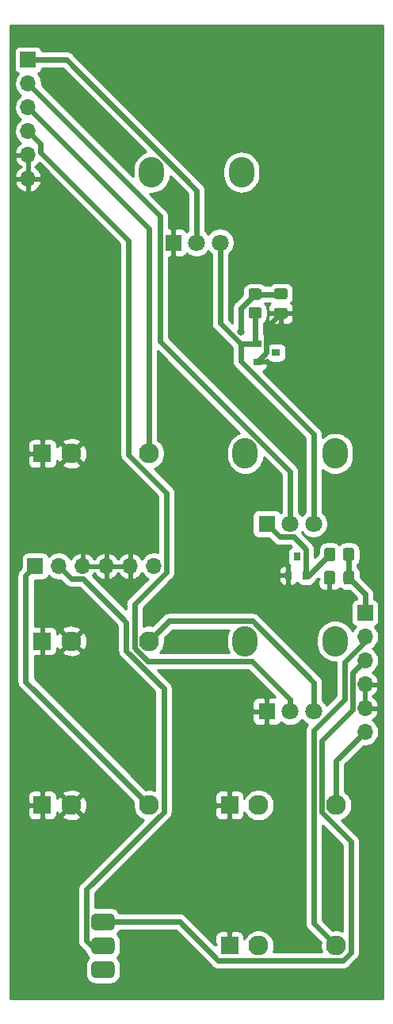
<source format=gbr>
%TF.GenerationSoftware,KiCad,Pcbnew,5.1.8*%
%TF.CreationDate,2020-12-05T20:57:14+00:00*%
%TF.ProjectId,oscillator_prototype,6f736369-6c6c-4617-946f-725f70726f74,rev?*%
%TF.SameCoordinates,Original*%
%TF.FileFunction,Copper,L1,Top*%
%TF.FilePolarity,Positive*%
%FSLAX46Y46*%
G04 Gerber Fmt 4.6, Leading zero omitted, Abs format (unit mm)*
G04 Created by KiCad (PCBNEW 5.1.8) date 2020-12-05 20:57:14*
%MOMM*%
%LPD*%
G01*
G04 APERTURE LIST*
%TA.AperFunction,ComponentPad*%
%ADD10R,1.700000X1.700000*%
%TD*%
%TA.AperFunction,ComponentPad*%
%ADD11O,1.700000X1.700000*%
%TD*%
%TA.AperFunction,ComponentPad*%
%ADD12C,2.130000*%
%TD*%
%TA.AperFunction,ComponentPad*%
%ADD13R,1.830000X1.930000*%
%TD*%
%TA.AperFunction,ComponentPad*%
%ADD14O,2.720000X3.240000*%
%TD*%
%TA.AperFunction,ComponentPad*%
%ADD15C,1.800000*%
%TD*%
%TA.AperFunction,ComponentPad*%
%ADD16R,1.800000X1.800000*%
%TD*%
%TA.AperFunction,SMDPad,CuDef*%
%ADD17R,0.800000X0.900000*%
%TD*%
%TA.AperFunction,SMDPad,CuDef*%
%ADD18R,0.900000X0.800000*%
%TD*%
%TA.AperFunction,ViaPad*%
%ADD19C,0.800000*%
%TD*%
%TA.AperFunction,Conductor*%
%ADD20C,0.600000*%
%TD*%
%TA.AperFunction,Conductor*%
%ADD21C,0.254000*%
%TD*%
%TA.AperFunction,Conductor*%
%ADD22C,0.100000*%
%TD*%
G04 APERTURE END LIST*
D10*
%TO.P,J11,1*%
%TO.N,-12V_f*%
X83000000Y-107000000D03*
D11*
%TO.P,J11,2*%
%TO.N,tri_f*%
X83000000Y-109540000D03*
%TO.P,J11,3*%
%TO.N,switch_b_f*%
X83000000Y-112080000D03*
%TO.P,J11,4*%
%TO.N,GND_f*%
X83000000Y-114620000D03*
%TO.P,J11,5*%
X83000000Y-117160000D03*
%TO.P,J11,6*%
%TO.N,saw_f*%
X83000000Y-119700000D03*
%TD*%
D12*
%TO.P,J1,T*%
%TO.N,saw_f*%
X79920000Y-127500000D03*
D13*
%TO.P,J1,S*%
%TO.N,GND_f*%
X68520000Y-127500000D03*
D12*
%TO.P,J1,TN*%
%TO.N,Net-(J1-PadTN)*%
X71620000Y-127500000D03*
%TD*%
%TO.P,J3,TN*%
%TO.N,GND_f*%
X51620000Y-90000000D03*
D13*
%TO.P,J3,S*%
X48520000Y-90000000D03*
D12*
%TO.P,J3,T*%
%TO.N,v_per_oct_f*%
X59920000Y-90000000D03*
%TD*%
%TO.P,J4,T*%
%TO.N,tri_f*%
X79920000Y-142500000D03*
D13*
%TO.P,J4,S*%
%TO.N,GND_f*%
X68520000Y-142500000D03*
D12*
%TO.P,J4,TN*%
%TO.N,Net-(J4-PadTN)*%
X71620000Y-142500000D03*
%TD*%
%TO.P,J6,TN*%
%TO.N,GND_f*%
X51620000Y-127500000D03*
D13*
%TO.P,J6,S*%
X48520000Y-127500000D03*
D12*
%TO.P,J6,T*%
%TO.N,sync_f*%
X59920000Y-127500000D03*
%TD*%
%TO.P,J8,T*%
%TO.N,Net-(J8-PadT)*%
X59920000Y-110000000D03*
D13*
%TO.P,J8,S*%
%TO.N,GND_f*%
X48520000Y-110000000D03*
D12*
%TO.P,J8,TN*%
X51620000Y-110000000D03*
%TD*%
D14*
%TO.P,RV1,*%
%TO.N,*%
X70200000Y-90000000D03*
X79800000Y-90000000D03*
D15*
%TO.P,RV1,3*%
%TO.N,2.5V_f*%
X77500000Y-97500000D03*
%TO.P,RV1,2*%
%TO.N,coarse_f*%
X75000000Y-97500000D03*
D16*
%TO.P,RV1,1*%
%TO.N,-2.5V_f*%
X72500000Y-97500000D03*
%TD*%
%TO.P,RV2,1*%
%TO.N,GND_f*%
X62500000Y-67500000D03*
D15*
%TO.P,RV2,2*%
%TO.N,fine_f*%
X65000000Y-67500000D03*
%TO.P,RV2,3*%
%TO.N,2.5V_f*%
X67500000Y-67500000D03*
D14*
%TO.P,RV2,*%
%TO.N,*%
X69800000Y-60000000D03*
X60200000Y-60000000D03*
%TD*%
D16*
%TO.P,RV7,1*%
%TO.N,GND_f*%
X72500000Y-117500000D03*
D15*
%TO.P,RV7,2*%
%TO.N,lin_fm_f*%
X75000000Y-117500000D03*
%TO.P,RV7,3*%
%TO.N,Net-(J8-PadT)*%
X77500000Y-117500000D03*
D14*
%TO.P,RV7,*%
%TO.N,*%
X79800000Y-110000000D03*
X70200000Y-110000000D03*
%TD*%
%TO.P,SW1,1*%
%TO.N,switch_b_f*%
%TA.AperFunction,ComponentPad*%
G36*
G01*
X53750000Y-140410000D02*
X53750000Y-139510000D01*
G75*
G02*
X54200000Y-139060000I450000J0D01*
G01*
X55800000Y-139060000D01*
G75*
G02*
X56250000Y-139510000I0J-450000D01*
G01*
X56250000Y-140410000D01*
G75*
G02*
X55800000Y-140860000I-450000J0D01*
G01*
X54200000Y-140860000D01*
G75*
G02*
X53750000Y-140410000I0J450000D01*
G01*
G37*
%TD.AperFunction*%
%TO.P,SW1,2*%
%TO.N,switch_a_f*%
%TA.AperFunction,ComponentPad*%
G36*
G01*
X53750000Y-142950000D02*
X53750000Y-142050000D01*
G75*
G02*
X54200000Y-141600000I450000J0D01*
G01*
X55800000Y-141600000D01*
G75*
G02*
X56250000Y-142050000I0J-450000D01*
G01*
X56250000Y-142950000D01*
G75*
G02*
X55800000Y-143400000I-450000J0D01*
G01*
X54200000Y-143400000D01*
G75*
G02*
X53750000Y-142950000I0J450000D01*
G01*
G37*
%TD.AperFunction*%
%TO.P,SW1,3*%
%TO.N,Net-(SW1-Pad3)*%
%TA.AperFunction,ComponentPad*%
G36*
G01*
X53750000Y-145490000D02*
X53750000Y-144590000D01*
G75*
G02*
X54200000Y-144140000I450000J0D01*
G01*
X55800000Y-144140000D01*
G75*
G02*
X56250000Y-144590000I0J-450000D01*
G01*
X56250000Y-145490000D01*
G75*
G02*
X55800000Y-145940000I-450000J0D01*
G01*
X54200000Y-145940000D01*
G75*
G02*
X53750000Y-145490000I0J450000D01*
G01*
G37*
%TD.AperFunction*%
%TD*%
D10*
%TO.P,J9,1*%
%TO.N,sync_f*%
X47750000Y-102000000D03*
D11*
%TO.P,J9,2*%
%TO.N,switch_a_f*%
X50290000Y-102000000D03*
%TO.P,J9,3*%
%TO.N,GND_f*%
X52830000Y-102000000D03*
%TO.P,J9,4*%
X55370000Y-102000000D03*
%TO.P,J9,5*%
X57910000Y-102000000D03*
%TO.P,J9,6*%
%TO.N,12V_f*%
X60450000Y-102000000D03*
%TD*%
%TO.P,J13,6*%
%TO.N,GND_f*%
X47000000Y-60700000D03*
%TO.P,J13,5*%
X47000000Y-58160000D03*
%TO.P,J13,4*%
%TO.N,lin_fm_f*%
X47000000Y-55620000D03*
%TO.P,J13,3*%
%TO.N,v_per_oct_f*%
X47000000Y-53080000D03*
%TO.P,J13,2*%
%TO.N,coarse_f*%
X47000000Y-50540000D03*
D10*
%TO.P,J13,1*%
%TO.N,fine_f*%
X47000000Y-48000000D03*
%TD*%
%TO.P,C8,1*%
%TO.N,GND_f*%
%TA.AperFunction,SMDPad,CuDef*%
G36*
G01*
X78625000Y-103725000D02*
X78625000Y-102775000D01*
G75*
G02*
X78875000Y-102525000I250000J0D01*
G01*
X79550000Y-102525000D01*
G75*
G02*
X79800000Y-102775000I0J-250000D01*
G01*
X79800000Y-103725000D01*
G75*
G02*
X79550000Y-103975000I-250000J0D01*
G01*
X78875000Y-103975000D01*
G75*
G02*
X78625000Y-103725000I0J250000D01*
G01*
G37*
%TD.AperFunction*%
%TO.P,C8,2*%
%TO.N,-12V_f*%
%TA.AperFunction,SMDPad,CuDef*%
G36*
G01*
X80700000Y-103725000D02*
X80700000Y-102775000D01*
G75*
G02*
X80950000Y-102525000I250000J0D01*
G01*
X81625000Y-102525000D01*
G75*
G02*
X81875000Y-102775000I0J-250000D01*
G01*
X81875000Y-103725000D01*
G75*
G02*
X81625000Y-103975000I-250000J0D01*
G01*
X80950000Y-103975000D01*
G75*
G02*
X80700000Y-103725000I0J250000D01*
G01*
G37*
%TD.AperFunction*%
%TD*%
%TO.P,C11,1*%
%TO.N,12V_f*%
%TA.AperFunction,SMDPad,CuDef*%
G36*
G01*
X73525000Y-72375000D02*
X74475000Y-72375000D01*
G75*
G02*
X74725000Y-72625000I0J-250000D01*
G01*
X74725000Y-73300000D01*
G75*
G02*
X74475000Y-73550000I-250000J0D01*
G01*
X73525000Y-73550000D01*
G75*
G02*
X73275000Y-73300000I0J250000D01*
G01*
X73275000Y-72625000D01*
G75*
G02*
X73525000Y-72375000I250000J0D01*
G01*
G37*
%TD.AperFunction*%
%TO.P,C11,2*%
%TO.N,GND_f*%
%TA.AperFunction,SMDPad,CuDef*%
G36*
G01*
X73525000Y-74450000D02*
X74475000Y-74450000D01*
G75*
G02*
X74725000Y-74700000I0J-250000D01*
G01*
X74725000Y-75375000D01*
G75*
G02*
X74475000Y-75625000I-250000J0D01*
G01*
X73525000Y-75625000D01*
G75*
G02*
X73275000Y-75375000I0J250000D01*
G01*
X73275000Y-74700000D01*
G75*
G02*
X73525000Y-74450000I250000J0D01*
G01*
G37*
%TD.AperFunction*%
%TD*%
%TO.P,R19,1*%
%TO.N,12V_f*%
%TA.AperFunction,SMDPad,CuDef*%
G36*
G01*
X70799999Y-72400000D02*
X71700001Y-72400000D01*
G75*
G02*
X71950000Y-72649999I0J-249999D01*
G01*
X71950000Y-73350001D01*
G75*
G02*
X71700001Y-73600000I-249999J0D01*
G01*
X70799999Y-73600000D01*
G75*
G02*
X70550000Y-73350001I0J249999D01*
G01*
X70550000Y-72649999D01*
G75*
G02*
X70799999Y-72400000I249999J0D01*
G01*
G37*
%TD.AperFunction*%
%TO.P,R19,2*%
%TO.N,2.5V_f*%
%TA.AperFunction,SMDPad,CuDef*%
G36*
G01*
X70799999Y-74400000D02*
X71700001Y-74400000D01*
G75*
G02*
X71950000Y-74649999I0J-249999D01*
G01*
X71950000Y-75350001D01*
G75*
G02*
X71700001Y-75600000I-249999J0D01*
G01*
X70799999Y-75600000D01*
G75*
G02*
X70550000Y-75350001I0J249999D01*
G01*
X70550000Y-74649999D01*
G75*
G02*
X70799999Y-74400000I249999J0D01*
G01*
G37*
%TD.AperFunction*%
%TD*%
%TO.P,R24,2*%
%TO.N,-12V_f*%
%TA.AperFunction,SMDPad,CuDef*%
G36*
G01*
X80650000Y-101200001D02*
X80650000Y-100299999D01*
G75*
G02*
X80899999Y-100050000I249999J0D01*
G01*
X81600001Y-100050000D01*
G75*
G02*
X81850000Y-100299999I0J-249999D01*
G01*
X81850000Y-101200001D01*
G75*
G02*
X81600001Y-101450000I-249999J0D01*
G01*
X80899999Y-101450000D01*
G75*
G02*
X80650000Y-101200001I0J249999D01*
G01*
G37*
%TD.AperFunction*%
%TO.P,R24,1*%
%TO.N,-2.5V_f*%
%TA.AperFunction,SMDPad,CuDef*%
G36*
G01*
X78650000Y-101200001D02*
X78650000Y-100299999D01*
G75*
G02*
X78899999Y-100050000I249999J0D01*
G01*
X79600001Y-100050000D01*
G75*
G02*
X79850000Y-100299999I0J-249999D01*
G01*
X79850000Y-101200001D01*
G75*
G02*
X79600001Y-101450000I-249999J0D01*
G01*
X78899999Y-101450000D01*
G75*
G02*
X78650000Y-101200001I0J249999D01*
G01*
G37*
%TD.AperFunction*%
%TD*%
D17*
%TO.P,U8,1*%
%TO.N,GND_f*%
X74800000Y-103000000D03*
%TO.P,U8,2*%
%TO.N,-2.5V_f*%
X76700000Y-103000000D03*
%TO.P,U8,3*%
%TO.N,N/C*%
X75750000Y-101000000D03*
%TD*%
D18*
%TO.P,U9,3*%
%TO.N,N/C*%
X73500000Y-79250000D03*
%TO.P,U9,2*%
%TO.N,GND_f*%
X71500000Y-80200000D03*
%TO.P,U9,1*%
%TO.N,2.5V_f*%
X71500000Y-78300000D03*
%TD*%
D19*
%TO.N,GND_f*%
X67500000Y-102500000D03*
X70000000Y-102500000D03*
X67500000Y-105000000D03*
X70000000Y-105000000D03*
X65000000Y-105000000D03*
X64750000Y-110000000D03*
X54500000Y-54500000D03*
X79750000Y-134750000D03*
%TO.N,12V_f*%
X69750000Y-77000000D03*
%TD*%
D20*
%TO.N,Net-(J8-PadT)*%
X70970441Y-107879990D02*
X62040010Y-107879990D01*
X77500000Y-114409549D02*
X70970441Y-107879990D01*
X62040010Y-107879990D02*
X59920000Y-110000000D01*
X77500000Y-117500000D02*
X77500000Y-114409549D01*
%TO.N,saw_f*%
X79920000Y-122780000D02*
X83000000Y-119700000D01*
X79920000Y-127500000D02*
X79920000Y-122780000D01*
%TO.N,GND_f*%
X72450001Y-76587499D02*
X74000000Y-75037500D01*
X72450001Y-79249999D02*
X72450001Y-76587499D01*
X71500000Y-80200000D02*
X72450001Y-79249999D01*
%TO.N,lin_fm_f*%
X61800001Y-94196203D02*
X57750000Y-90146202D01*
X58354999Y-110751201D02*
X58354999Y-106093003D01*
X59723808Y-112120010D02*
X58354999Y-110751201D01*
X61800001Y-102648001D02*
X61800001Y-94196203D01*
X70892802Y-112120010D02*
X59723808Y-112120010D01*
X58354999Y-106093003D02*
X61800001Y-102648001D01*
X75000000Y-116227208D02*
X70892802Y-112120010D01*
X75000000Y-117500000D02*
X75000000Y-116227208D01*
X48350001Y-56970001D02*
X47000000Y-55620000D01*
X48350001Y-57850001D02*
X48350001Y-56970001D01*
X57750000Y-67250000D02*
X48350001Y-57850001D01*
X57750000Y-90146202D02*
X57750000Y-67250000D01*
%TO.N,v_per_oct_f*%
X59920000Y-66000000D02*
X47000000Y-53080000D01*
X59920000Y-90000000D02*
X59920000Y-66000000D01*
%TO.N,coarse_f*%
X75000000Y-91909549D02*
X75000000Y-97500000D01*
X61099999Y-78009548D02*
X75000000Y-91909549D01*
X61099999Y-64639999D02*
X61099999Y-78009548D01*
X47000000Y-50540000D02*
X61099999Y-64639999D01*
%TO.N,fine_f*%
X65000000Y-61909549D02*
X65000000Y-67500000D01*
X51090451Y-48000000D02*
X65000000Y-61909549D01*
X47000000Y-48000000D02*
X51090451Y-48000000D01*
%TO.N,tri_f*%
X83000000Y-109690451D02*
X83000000Y-109540000D01*
X80849989Y-112232009D02*
X83000000Y-110081998D01*
X80849989Y-116222013D02*
X80849989Y-112232009D01*
X77554989Y-119517013D02*
X80849989Y-116222013D01*
X83000000Y-110081998D02*
X83000000Y-109540000D01*
X77554989Y-140134989D02*
X77554989Y-119517013D01*
X79920000Y-142500000D02*
X77554989Y-140134989D01*
%TO.N,sync_f*%
X59920000Y-127500000D02*
X46750000Y-114330000D01*
X46750000Y-103000000D02*
X47750000Y-102000000D01*
X46750000Y-114330000D02*
X46750000Y-103000000D01*
%TO.N,switch_a_f*%
X61485001Y-115012587D02*
X57500000Y-111027586D01*
X61485001Y-128251201D02*
X61485001Y-115012587D01*
X53249990Y-136486212D02*
X61485001Y-128251201D01*
X53249990Y-141999990D02*
X53249990Y-136486212D01*
X53750000Y-142500000D02*
X53249990Y-141999990D01*
X55000000Y-142500000D02*
X53750000Y-142500000D01*
X57500000Y-111027586D02*
X57500000Y-108000000D01*
X51640001Y-103350001D02*
X50290000Y-102000000D01*
X52850001Y-103350001D02*
X51640001Y-103350001D01*
X57500000Y-108000000D02*
X52850001Y-103350001D01*
%TO.N,switch_b_f*%
X81649999Y-113430001D02*
X82040000Y-113040000D01*
X81649999Y-117350001D02*
X81649999Y-113430001D01*
X78354999Y-120645001D02*
X81649999Y-117350001D01*
X78354999Y-128251201D02*
X78354999Y-120645001D01*
X81485001Y-131381203D02*
X78354999Y-128251201D01*
X81485001Y-143251201D02*
X81485001Y-131381203D01*
X80671201Y-144065001D02*
X81485001Y-143251201D01*
X67304999Y-144065001D02*
X80671201Y-144065001D01*
X63199998Y-139960000D02*
X67304999Y-144065001D01*
X55000000Y-139960000D02*
X63199998Y-139960000D01*
X82040000Y-113040000D02*
X83000000Y-112080000D01*
%TO.N,-12V_f*%
X81287500Y-100787500D02*
X81250000Y-100750000D01*
X81287500Y-103250000D02*
X81287500Y-100787500D01*
X83000000Y-104962500D02*
X81287500Y-103250000D01*
X83000000Y-107000000D02*
X83000000Y-104962500D01*
%TO.N,12V_f*%
X69750000Y-74500000D02*
X71250000Y-73000000D01*
X69750000Y-77000000D02*
X69750000Y-74500000D01*
X73962500Y-73000000D02*
X74000000Y-72962500D01*
X71250000Y-73000000D02*
X73962500Y-73000000D01*
%TO.N,2.5V_f*%
X71250000Y-78050000D02*
X71500000Y-78300000D01*
X71250000Y-75000000D02*
X71250000Y-78050000D01*
X67500000Y-76082002D02*
X67500000Y-67500000D01*
X69717998Y-78300000D02*
X67500000Y-76082002D01*
X71500000Y-78300000D02*
X69717998Y-78300000D01*
X77500000Y-87950002D02*
X77500000Y-97500000D01*
X69717998Y-80168000D02*
X77500000Y-87950002D01*
X69717998Y-78300000D02*
X69717998Y-80168000D01*
%TO.N,-2.5V_f*%
X77000000Y-103000000D02*
X79250000Y-100750000D01*
X76700000Y-103000000D02*
X77000000Y-103000000D01*
X73900001Y-98900001D02*
X72500000Y-97500000D01*
X75400003Y-98900001D02*
X73900001Y-98900001D01*
X76700000Y-100199998D02*
X75400003Y-98900001D01*
X76700000Y-103000000D02*
X76700000Y-100199998D01*
%TD*%
D21*
%TO.N,GND_f*%
X84873000Y-148123000D02*
X45127000Y-148123000D01*
X45127000Y-128465000D01*
X46966928Y-128465000D01*
X46979188Y-128589482D01*
X47015498Y-128709180D01*
X47074463Y-128819494D01*
X47153815Y-128916185D01*
X47250506Y-128995537D01*
X47360820Y-129054502D01*
X47480518Y-129090812D01*
X47605000Y-129103072D01*
X48234250Y-129100000D01*
X48393000Y-128941250D01*
X48393000Y-127627000D01*
X47128750Y-127627000D01*
X46970000Y-127785750D01*
X46966928Y-128465000D01*
X45127000Y-128465000D01*
X45127000Y-126535000D01*
X46966928Y-126535000D01*
X46970000Y-127214250D01*
X47128750Y-127373000D01*
X48393000Y-127373000D01*
X48393000Y-126058750D01*
X48647000Y-126058750D01*
X48647000Y-127373000D01*
X48667000Y-127373000D01*
X48667000Y-127627000D01*
X48647000Y-127627000D01*
X48647000Y-128941250D01*
X48805750Y-129100000D01*
X49435000Y-129103072D01*
X49559482Y-129090812D01*
X49679180Y-129054502D01*
X49789494Y-128995537D01*
X49886185Y-128916185D01*
X49965537Y-128819494D01*
X50024502Y-128709180D01*
X50032819Y-128681761D01*
X50617844Y-128681761D01*
X50721454Y-128952807D01*
X51022148Y-129100190D01*
X51345818Y-129186078D01*
X51680023Y-129207171D01*
X52011922Y-129162658D01*
X52328760Y-129054250D01*
X52518546Y-128952807D01*
X52622156Y-128681761D01*
X51620000Y-127679605D01*
X50617844Y-128681761D01*
X50032819Y-128681761D01*
X50060812Y-128589482D01*
X50073072Y-128465000D01*
X50071966Y-128220389D01*
X50167193Y-128398546D01*
X50438239Y-128502156D01*
X51440395Y-127500000D01*
X51799605Y-127500000D01*
X52801761Y-128502156D01*
X53072807Y-128398546D01*
X53220190Y-128097852D01*
X53306078Y-127774182D01*
X53327171Y-127439977D01*
X53282658Y-127108078D01*
X53174250Y-126791240D01*
X53072807Y-126601454D01*
X52801761Y-126497844D01*
X51799605Y-127500000D01*
X51440395Y-127500000D01*
X50438239Y-126497844D01*
X50167193Y-126601454D01*
X50071892Y-126795889D01*
X50073072Y-126535000D01*
X50060812Y-126410518D01*
X50032820Y-126318239D01*
X50617844Y-126318239D01*
X51620000Y-127320395D01*
X52622156Y-126318239D01*
X52518546Y-126047193D01*
X52217852Y-125899810D01*
X51894182Y-125813922D01*
X51559977Y-125792829D01*
X51228078Y-125837342D01*
X50911240Y-125945750D01*
X50721454Y-126047193D01*
X50617844Y-126318239D01*
X50032820Y-126318239D01*
X50024502Y-126290820D01*
X49965537Y-126180506D01*
X49886185Y-126083815D01*
X49789494Y-126004463D01*
X49679180Y-125945498D01*
X49559482Y-125909188D01*
X49435000Y-125896928D01*
X48805750Y-125900000D01*
X48647000Y-126058750D01*
X48393000Y-126058750D01*
X48234250Y-125900000D01*
X47605000Y-125896928D01*
X47480518Y-125909188D01*
X47360820Y-125945498D01*
X47250506Y-126004463D01*
X47153815Y-126083815D01*
X47074463Y-126180506D01*
X47015498Y-126290820D01*
X46979188Y-126410518D01*
X46966928Y-126535000D01*
X45127000Y-126535000D01*
X45127000Y-90965000D01*
X46966928Y-90965000D01*
X46979188Y-91089482D01*
X47015498Y-91209180D01*
X47074463Y-91319494D01*
X47153815Y-91416185D01*
X47250506Y-91495537D01*
X47360820Y-91554502D01*
X47480518Y-91590812D01*
X47605000Y-91603072D01*
X48234250Y-91600000D01*
X48393000Y-91441250D01*
X48393000Y-90127000D01*
X47128750Y-90127000D01*
X46970000Y-90285750D01*
X46966928Y-90965000D01*
X45127000Y-90965000D01*
X45127000Y-89035000D01*
X46966928Y-89035000D01*
X46970000Y-89714250D01*
X47128750Y-89873000D01*
X48393000Y-89873000D01*
X48393000Y-88558750D01*
X48647000Y-88558750D01*
X48647000Y-89873000D01*
X48667000Y-89873000D01*
X48667000Y-90127000D01*
X48647000Y-90127000D01*
X48647000Y-91441250D01*
X48805750Y-91600000D01*
X49435000Y-91603072D01*
X49559482Y-91590812D01*
X49679180Y-91554502D01*
X49789494Y-91495537D01*
X49886185Y-91416185D01*
X49965537Y-91319494D01*
X50024502Y-91209180D01*
X50032819Y-91181761D01*
X50617844Y-91181761D01*
X50721454Y-91452807D01*
X51022148Y-91600190D01*
X51345818Y-91686078D01*
X51680023Y-91707171D01*
X52011922Y-91662658D01*
X52328760Y-91554250D01*
X52518546Y-91452807D01*
X52622156Y-91181761D01*
X51620000Y-90179605D01*
X50617844Y-91181761D01*
X50032819Y-91181761D01*
X50060812Y-91089482D01*
X50073072Y-90965000D01*
X50071966Y-90720389D01*
X50167193Y-90898546D01*
X50438239Y-91002156D01*
X51440395Y-90000000D01*
X51799605Y-90000000D01*
X52801761Y-91002156D01*
X53072807Y-90898546D01*
X53220190Y-90597852D01*
X53306078Y-90274182D01*
X53327171Y-89939977D01*
X53282658Y-89608078D01*
X53174250Y-89291240D01*
X53072807Y-89101454D01*
X52801761Y-88997844D01*
X51799605Y-90000000D01*
X51440395Y-90000000D01*
X50438239Y-88997844D01*
X50167193Y-89101454D01*
X50071892Y-89295889D01*
X50073072Y-89035000D01*
X50060812Y-88910518D01*
X50032820Y-88818239D01*
X50617844Y-88818239D01*
X51620000Y-89820395D01*
X52622156Y-88818239D01*
X52518546Y-88547193D01*
X52217852Y-88399810D01*
X51894182Y-88313922D01*
X51559977Y-88292829D01*
X51228078Y-88337342D01*
X50911240Y-88445750D01*
X50721454Y-88547193D01*
X50617844Y-88818239D01*
X50032820Y-88818239D01*
X50024502Y-88790820D01*
X49965537Y-88680506D01*
X49886185Y-88583815D01*
X49789494Y-88504463D01*
X49679180Y-88445498D01*
X49559482Y-88409188D01*
X49435000Y-88396928D01*
X48805750Y-88400000D01*
X48647000Y-88558750D01*
X48393000Y-88558750D01*
X48234250Y-88400000D01*
X47605000Y-88396928D01*
X47480518Y-88409188D01*
X47360820Y-88445498D01*
X47250506Y-88504463D01*
X47153815Y-88583815D01*
X47074463Y-88680506D01*
X47015498Y-88790820D01*
X46979188Y-88910518D01*
X46966928Y-89035000D01*
X45127000Y-89035000D01*
X45127000Y-61056890D01*
X45558524Y-61056890D01*
X45603175Y-61204099D01*
X45728359Y-61466920D01*
X45902412Y-61700269D01*
X46118645Y-61895178D01*
X46368748Y-62044157D01*
X46643109Y-62141481D01*
X46873000Y-62020814D01*
X46873000Y-60827000D01*
X47127000Y-60827000D01*
X47127000Y-62020814D01*
X47356891Y-62141481D01*
X47631252Y-62044157D01*
X47881355Y-61895178D01*
X48097588Y-61700269D01*
X48271641Y-61466920D01*
X48396825Y-61204099D01*
X48441476Y-61056890D01*
X48320155Y-60827000D01*
X47127000Y-60827000D01*
X46873000Y-60827000D01*
X45679845Y-60827000D01*
X45558524Y-61056890D01*
X45127000Y-61056890D01*
X45127000Y-58516890D01*
X45558524Y-58516890D01*
X45603175Y-58664099D01*
X45728359Y-58926920D01*
X45902412Y-59160269D01*
X46118645Y-59355178D01*
X46244255Y-59430000D01*
X46118645Y-59504822D01*
X45902412Y-59699731D01*
X45728359Y-59933080D01*
X45603175Y-60195901D01*
X45558524Y-60343110D01*
X45679845Y-60573000D01*
X46873000Y-60573000D01*
X46873000Y-58287000D01*
X45679845Y-58287000D01*
X45558524Y-58516890D01*
X45127000Y-58516890D01*
X45127000Y-47150000D01*
X45511928Y-47150000D01*
X45511928Y-48850000D01*
X45524188Y-48974482D01*
X45560498Y-49094180D01*
X45619463Y-49204494D01*
X45698815Y-49301185D01*
X45795506Y-49380537D01*
X45905820Y-49439502D01*
X45978380Y-49461513D01*
X45846525Y-49593368D01*
X45684010Y-49836589D01*
X45572068Y-50106842D01*
X45515000Y-50393740D01*
X45515000Y-50686260D01*
X45572068Y-50973158D01*
X45684010Y-51243411D01*
X45846525Y-51486632D01*
X46053368Y-51693475D01*
X46227760Y-51810000D01*
X46053368Y-51926525D01*
X45846525Y-52133368D01*
X45684010Y-52376589D01*
X45572068Y-52646842D01*
X45515000Y-52933740D01*
X45515000Y-53226260D01*
X45572068Y-53513158D01*
X45684010Y-53783411D01*
X45846525Y-54026632D01*
X46053368Y-54233475D01*
X46227760Y-54350000D01*
X46053368Y-54466525D01*
X45846525Y-54673368D01*
X45684010Y-54916589D01*
X45572068Y-55186842D01*
X45515000Y-55473740D01*
X45515000Y-55766260D01*
X45572068Y-56053158D01*
X45684010Y-56323411D01*
X45846525Y-56566632D01*
X46053368Y-56773475D01*
X46235534Y-56895195D01*
X46118645Y-56964822D01*
X45902412Y-57159731D01*
X45728359Y-57393080D01*
X45603175Y-57655901D01*
X45558524Y-57803110D01*
X45679845Y-58033000D01*
X46873000Y-58033000D01*
X46873000Y-58013000D01*
X47127000Y-58013000D01*
X47127000Y-58033000D01*
X47147000Y-58033000D01*
X47147000Y-58287000D01*
X47127000Y-58287000D01*
X47127000Y-60573000D01*
X48320155Y-60573000D01*
X48441476Y-60343110D01*
X48396825Y-60195901D01*
X48271641Y-59933080D01*
X48097588Y-59699731D01*
X47881355Y-59504822D01*
X47755745Y-59430000D01*
X47881355Y-59355178D01*
X48097588Y-59160269D01*
X48200290Y-59022579D01*
X56815001Y-67637291D01*
X56815000Y-90100270D01*
X56810476Y-90146202D01*
X56815000Y-90192133D01*
X56828529Y-90329493D01*
X56881993Y-90505741D01*
X56968814Y-90668173D01*
X57085656Y-90810546D01*
X57121341Y-90839832D01*
X60865002Y-94583494D01*
X60865001Y-100568456D01*
X60596260Y-100515000D01*
X60303740Y-100515000D01*
X60016842Y-100572068D01*
X59746589Y-100684010D01*
X59503368Y-100846525D01*
X59296525Y-101053368D01*
X59174805Y-101235534D01*
X59105178Y-101118645D01*
X58910269Y-100902412D01*
X58676920Y-100728359D01*
X58414099Y-100603175D01*
X58266890Y-100558524D01*
X58037000Y-100679845D01*
X58037000Y-101873000D01*
X58057000Y-101873000D01*
X58057000Y-102127000D01*
X58037000Y-102127000D01*
X58037000Y-103320155D01*
X58266890Y-103441476D01*
X58414099Y-103396825D01*
X58676920Y-103271641D01*
X58910269Y-103097588D01*
X59105178Y-102881355D01*
X59174805Y-102764466D01*
X59296525Y-102946632D01*
X59503368Y-103153475D01*
X59746589Y-103315990D01*
X59791232Y-103334481D01*
X57726335Y-105399378D01*
X57690656Y-105428659D01*
X57573814Y-105571031D01*
X57547927Y-105619463D01*
X57486993Y-105733463D01*
X57433528Y-105909712D01*
X57415475Y-106093003D01*
X57420000Y-106138945D01*
X57420000Y-106597711D01*
X53872749Y-103050460D01*
X54025178Y-102881355D01*
X54100000Y-102755745D01*
X54174822Y-102881355D01*
X54369731Y-103097588D01*
X54603080Y-103271641D01*
X54865901Y-103396825D01*
X55013110Y-103441476D01*
X55243000Y-103320155D01*
X55243000Y-102127000D01*
X55497000Y-102127000D01*
X55497000Y-103320155D01*
X55726890Y-103441476D01*
X55874099Y-103396825D01*
X56136920Y-103271641D01*
X56370269Y-103097588D01*
X56565178Y-102881355D01*
X56640000Y-102755745D01*
X56714822Y-102881355D01*
X56909731Y-103097588D01*
X57143080Y-103271641D01*
X57405901Y-103396825D01*
X57553110Y-103441476D01*
X57783000Y-103320155D01*
X57783000Y-102127000D01*
X55497000Y-102127000D01*
X55243000Y-102127000D01*
X52957000Y-102127000D01*
X52957000Y-102147000D01*
X52703000Y-102147000D01*
X52703000Y-102127000D01*
X52683000Y-102127000D01*
X52683000Y-101873000D01*
X52703000Y-101873000D01*
X52703000Y-100679845D01*
X52957000Y-100679845D01*
X52957000Y-101873000D01*
X55243000Y-101873000D01*
X55243000Y-100679845D01*
X55497000Y-100679845D01*
X55497000Y-101873000D01*
X57783000Y-101873000D01*
X57783000Y-100679845D01*
X57553110Y-100558524D01*
X57405901Y-100603175D01*
X57143080Y-100728359D01*
X56909731Y-100902412D01*
X56714822Y-101118645D01*
X56640000Y-101244255D01*
X56565178Y-101118645D01*
X56370269Y-100902412D01*
X56136920Y-100728359D01*
X55874099Y-100603175D01*
X55726890Y-100558524D01*
X55497000Y-100679845D01*
X55243000Y-100679845D01*
X55013110Y-100558524D01*
X54865901Y-100603175D01*
X54603080Y-100728359D01*
X54369731Y-100902412D01*
X54174822Y-101118645D01*
X54100000Y-101244255D01*
X54025178Y-101118645D01*
X53830269Y-100902412D01*
X53596920Y-100728359D01*
X53334099Y-100603175D01*
X53186890Y-100558524D01*
X52957000Y-100679845D01*
X52703000Y-100679845D01*
X52473110Y-100558524D01*
X52325901Y-100603175D01*
X52063080Y-100728359D01*
X51829731Y-100902412D01*
X51634822Y-101118645D01*
X51565195Y-101235534D01*
X51443475Y-101053368D01*
X51236632Y-100846525D01*
X50993411Y-100684010D01*
X50723158Y-100572068D01*
X50436260Y-100515000D01*
X50143740Y-100515000D01*
X49856842Y-100572068D01*
X49586589Y-100684010D01*
X49343368Y-100846525D01*
X49211513Y-100978380D01*
X49189502Y-100905820D01*
X49130537Y-100795506D01*
X49051185Y-100698815D01*
X48954494Y-100619463D01*
X48844180Y-100560498D01*
X48724482Y-100524188D01*
X48600000Y-100511928D01*
X46900000Y-100511928D01*
X46775518Y-100524188D01*
X46655820Y-100560498D01*
X46545506Y-100619463D01*
X46448815Y-100698815D01*
X46369463Y-100795506D01*
X46310498Y-100905820D01*
X46274188Y-101025518D01*
X46261928Y-101150000D01*
X46261928Y-102165783D01*
X46121336Y-102306375D01*
X46085657Y-102335656D01*
X45968815Y-102478028D01*
X45926937Y-102556377D01*
X45881994Y-102640460D01*
X45828529Y-102816709D01*
X45810476Y-103000000D01*
X45815001Y-103045942D01*
X45815000Y-114284068D01*
X45810476Y-114330000D01*
X45815000Y-114375931D01*
X45828529Y-114513291D01*
X45881993Y-114689539D01*
X45968814Y-114851971D01*
X46085656Y-114994344D01*
X46121341Y-115023630D01*
X58254887Y-127157176D01*
X58220000Y-127332565D01*
X58220000Y-127667435D01*
X58285330Y-127995872D01*
X58413479Y-128305252D01*
X58599523Y-128583687D01*
X58836313Y-128820477D01*
X59114748Y-129006521D01*
X59321678Y-129092234D01*
X52621326Y-135792587D01*
X52585647Y-135821868D01*
X52468805Y-135964240D01*
X52381984Y-136126672D01*
X52328519Y-136302921D01*
X52310466Y-136486212D01*
X52314991Y-136532154D01*
X52314990Y-141954058D01*
X52310466Y-141999990D01*
X52314990Y-142045921D01*
X52328519Y-142183281D01*
X52381983Y-142359529D01*
X52468804Y-142521961D01*
X52585646Y-142664334D01*
X52621332Y-142693621D01*
X53056366Y-143128654D01*
X53085656Y-143164344D01*
X53149310Y-143216584D01*
X53194753Y-143366387D01*
X53295301Y-143554500D01*
X53430617Y-143719383D01*
X53492294Y-143770000D01*
X53430617Y-143820617D01*
X53295301Y-143985500D01*
X53194753Y-144173613D01*
X53132835Y-144377728D01*
X53111928Y-144590000D01*
X53111928Y-145490000D01*
X53132835Y-145702272D01*
X53194753Y-145906387D01*
X53295301Y-146094500D01*
X53430617Y-146259383D01*
X53595500Y-146394699D01*
X53783613Y-146495247D01*
X53987728Y-146557165D01*
X54200000Y-146578072D01*
X55800000Y-146578072D01*
X56012272Y-146557165D01*
X56216387Y-146495247D01*
X56404500Y-146394699D01*
X56569383Y-146259383D01*
X56704699Y-146094500D01*
X56805247Y-145906387D01*
X56867165Y-145702272D01*
X56888072Y-145490000D01*
X56888072Y-144590000D01*
X56867165Y-144377728D01*
X56805247Y-144173613D01*
X56704699Y-143985500D01*
X56569383Y-143820617D01*
X56507706Y-143770000D01*
X56569383Y-143719383D01*
X56704699Y-143554500D01*
X56805247Y-143366387D01*
X56867165Y-143162272D01*
X56888072Y-142950000D01*
X56888072Y-142050000D01*
X56867165Y-141837728D01*
X56805247Y-141633613D01*
X56704699Y-141445500D01*
X56569383Y-141280617D01*
X56507706Y-141230000D01*
X56569383Y-141179383D01*
X56704699Y-141014500D01*
X56768573Y-140895000D01*
X62812709Y-140895000D01*
X66611373Y-144693665D01*
X66640655Y-144729345D01*
X66783027Y-144846187D01*
X66945459Y-144933008D01*
X67068242Y-144970254D01*
X67121706Y-144986472D01*
X67304998Y-145004525D01*
X67350930Y-145000001D01*
X80625269Y-145000001D01*
X80671201Y-145004525D01*
X80717133Y-145000001D01*
X80854493Y-144986472D01*
X81030741Y-144933008D01*
X81193173Y-144846187D01*
X81335545Y-144729345D01*
X81364831Y-144693660D01*
X82113666Y-143944826D01*
X82149345Y-143915545D01*
X82266187Y-143773173D01*
X82353008Y-143610741D01*
X82406472Y-143434493D01*
X82420001Y-143297133D01*
X82420001Y-143297132D01*
X82424525Y-143251201D01*
X82420001Y-143205269D01*
X82420001Y-131427134D01*
X82424525Y-131381202D01*
X82406472Y-131197910D01*
X82390254Y-131144446D01*
X82353008Y-131021663D01*
X82266187Y-130859231D01*
X82149345Y-130716859D01*
X82113665Y-130687577D01*
X80518322Y-129092234D01*
X80725252Y-129006521D01*
X81003687Y-128820477D01*
X81240477Y-128583687D01*
X81426521Y-128305252D01*
X81554670Y-127995872D01*
X81620000Y-127667435D01*
X81620000Y-127332565D01*
X81554670Y-127004128D01*
X81426521Y-126694748D01*
X81240477Y-126416313D01*
X81003687Y-126179523D01*
X80855000Y-126080174D01*
X80855000Y-123167289D01*
X82840018Y-121182271D01*
X82853740Y-121185000D01*
X83146260Y-121185000D01*
X83433158Y-121127932D01*
X83703411Y-121015990D01*
X83946632Y-120853475D01*
X84153475Y-120646632D01*
X84315990Y-120403411D01*
X84427932Y-120133158D01*
X84485000Y-119846260D01*
X84485000Y-119553740D01*
X84427932Y-119266842D01*
X84315990Y-118996589D01*
X84153475Y-118753368D01*
X83946632Y-118546525D01*
X83764466Y-118424805D01*
X83881355Y-118355178D01*
X84097588Y-118160269D01*
X84271641Y-117926920D01*
X84396825Y-117664099D01*
X84441476Y-117516890D01*
X84320155Y-117287000D01*
X83127000Y-117287000D01*
X83127000Y-117307000D01*
X82873000Y-117307000D01*
X82873000Y-117287000D01*
X82853000Y-117287000D01*
X82853000Y-117033000D01*
X82873000Y-117033000D01*
X82873000Y-114747000D01*
X83127000Y-114747000D01*
X83127000Y-117033000D01*
X84320155Y-117033000D01*
X84441476Y-116803110D01*
X84396825Y-116655901D01*
X84271641Y-116393080D01*
X84097588Y-116159731D01*
X83881355Y-115964822D01*
X83755745Y-115890000D01*
X83881355Y-115815178D01*
X84097588Y-115620269D01*
X84271641Y-115386920D01*
X84396825Y-115124099D01*
X84441476Y-114976890D01*
X84320155Y-114747000D01*
X83127000Y-114747000D01*
X82873000Y-114747000D01*
X82853000Y-114747000D01*
X82853000Y-114493000D01*
X82873000Y-114493000D01*
X82873000Y-114473000D01*
X83127000Y-114473000D01*
X83127000Y-114493000D01*
X84320155Y-114493000D01*
X84441476Y-114263110D01*
X84396825Y-114115901D01*
X84271641Y-113853080D01*
X84097588Y-113619731D01*
X83881355Y-113424822D01*
X83764466Y-113355195D01*
X83946632Y-113233475D01*
X84153475Y-113026632D01*
X84315990Y-112783411D01*
X84427932Y-112513158D01*
X84485000Y-112226260D01*
X84485000Y-111933740D01*
X84427932Y-111646842D01*
X84315990Y-111376589D01*
X84153475Y-111133368D01*
X83946632Y-110926525D01*
X83772240Y-110810000D01*
X83946632Y-110693475D01*
X84153475Y-110486632D01*
X84315990Y-110243411D01*
X84427932Y-109973158D01*
X84485000Y-109686260D01*
X84485000Y-109393740D01*
X84427932Y-109106842D01*
X84315990Y-108836589D01*
X84153475Y-108593368D01*
X84021620Y-108461513D01*
X84094180Y-108439502D01*
X84204494Y-108380537D01*
X84301185Y-108301185D01*
X84380537Y-108204494D01*
X84439502Y-108094180D01*
X84475812Y-107974482D01*
X84488072Y-107850000D01*
X84488072Y-106150000D01*
X84475812Y-106025518D01*
X84439502Y-105905820D01*
X84380537Y-105795506D01*
X84301185Y-105698815D01*
X84204494Y-105619463D01*
X84094180Y-105560498D01*
X83974482Y-105524188D01*
X83935000Y-105520299D01*
X83935000Y-105008435D01*
X83939524Y-104962500D01*
X83921472Y-104779208D01*
X83868007Y-104602959D01*
X83837279Y-104545472D01*
X83781186Y-104440528D01*
X83664344Y-104298156D01*
X83628659Y-104268870D01*
X82513072Y-103153283D01*
X82513072Y-102775000D01*
X82496008Y-102601746D01*
X82445472Y-102435150D01*
X82363405Y-102281614D01*
X82252962Y-102147038D01*
X82222500Y-102122039D01*
X82222500Y-101832445D01*
X82227962Y-101827962D01*
X82338405Y-101693387D01*
X82420472Y-101539851D01*
X82471008Y-101373255D01*
X82488072Y-101200001D01*
X82488072Y-100299999D01*
X82471008Y-100126745D01*
X82420472Y-99960149D01*
X82338405Y-99806613D01*
X82227962Y-99672038D01*
X82093387Y-99561595D01*
X81939851Y-99479528D01*
X81773255Y-99428992D01*
X81600001Y-99411928D01*
X80899999Y-99411928D01*
X80726745Y-99428992D01*
X80560149Y-99479528D01*
X80406613Y-99561595D01*
X80272038Y-99672038D01*
X80250000Y-99698891D01*
X80227962Y-99672038D01*
X80093387Y-99561595D01*
X79939851Y-99479528D01*
X79773255Y-99428992D01*
X79600001Y-99411928D01*
X78899999Y-99411928D01*
X78726745Y-99428992D01*
X78560149Y-99479528D01*
X78406613Y-99561595D01*
X78272038Y-99672038D01*
X78161595Y-99806613D01*
X78079528Y-99960149D01*
X78028992Y-100126745D01*
X78011928Y-100299999D01*
X78011928Y-100665782D01*
X77635000Y-101042710D01*
X77635000Y-100245929D01*
X77639524Y-100199997D01*
X77621471Y-100016705D01*
X77589687Y-99911928D01*
X77568007Y-99840458D01*
X77481186Y-99678026D01*
X77364344Y-99535654D01*
X77328664Y-99506372D01*
X76235765Y-98413474D01*
X76250000Y-98392169D01*
X76307688Y-98478505D01*
X76521495Y-98692312D01*
X76772905Y-98860299D01*
X77052257Y-98976011D01*
X77348816Y-99035000D01*
X77651184Y-99035000D01*
X77947743Y-98976011D01*
X78227095Y-98860299D01*
X78478505Y-98692312D01*
X78692312Y-98478505D01*
X78860299Y-98227095D01*
X78976011Y-97947743D01*
X79035000Y-97651184D01*
X79035000Y-97348816D01*
X78976011Y-97052257D01*
X78860299Y-96772905D01*
X78692312Y-96521495D01*
X78478505Y-96307688D01*
X78435000Y-96278619D01*
X78435000Y-91720591D01*
X78686275Y-91926807D01*
X79032853Y-92112057D01*
X79408912Y-92226133D01*
X79800000Y-92264652D01*
X80191087Y-92226133D01*
X80567146Y-92112057D01*
X80913725Y-91926807D01*
X81217503Y-91677503D01*
X81466807Y-91373725D01*
X81652057Y-91027147D01*
X81766133Y-90651088D01*
X81795000Y-90357998D01*
X81795000Y-89642003D01*
X81766133Y-89348913D01*
X81652057Y-88972853D01*
X81466807Y-88626275D01*
X81217503Y-88322497D01*
X80913725Y-88073193D01*
X80567147Y-87887943D01*
X80191088Y-87773867D01*
X79800000Y-87735348D01*
X79408913Y-87773867D01*
X79032854Y-87887943D01*
X78686276Y-88073193D01*
X78435000Y-88279410D01*
X78435000Y-87995937D01*
X78439524Y-87950002D01*
X78421472Y-87766710D01*
X78368007Y-87590463D01*
X78368007Y-87590462D01*
X78281186Y-87428030D01*
X78164344Y-87285658D01*
X78128660Y-87256373D01*
X72092602Y-81220315D01*
X72194180Y-81189502D01*
X72304494Y-81130537D01*
X72401185Y-81051185D01*
X72480537Y-80954494D01*
X72539502Y-80844180D01*
X72575812Y-80724482D01*
X72588072Y-80600000D01*
X72585000Y-80485750D01*
X72426250Y-80327000D01*
X71627000Y-80327000D01*
X71627000Y-80347000D01*
X71373000Y-80347000D01*
X71373000Y-80327000D01*
X71353000Y-80327000D01*
X71353000Y-80073000D01*
X71373000Y-80073000D01*
X71373000Y-80053000D01*
X71627000Y-80053000D01*
X71627000Y-80073000D01*
X72426250Y-80073000D01*
X72510857Y-79988393D01*
X72519463Y-80004494D01*
X72598815Y-80101185D01*
X72695506Y-80180537D01*
X72805820Y-80239502D01*
X72925518Y-80275812D01*
X73050000Y-80288072D01*
X73950000Y-80288072D01*
X74074482Y-80275812D01*
X74194180Y-80239502D01*
X74304494Y-80180537D01*
X74401185Y-80101185D01*
X74480537Y-80004494D01*
X74539502Y-79894180D01*
X74575812Y-79774482D01*
X74588072Y-79650000D01*
X74588072Y-78850000D01*
X74575812Y-78725518D01*
X74539502Y-78605820D01*
X74480537Y-78495506D01*
X74401185Y-78398815D01*
X74304494Y-78319463D01*
X74194180Y-78260498D01*
X74074482Y-78224188D01*
X73950000Y-78211928D01*
X73050000Y-78211928D01*
X72925518Y-78224188D01*
X72805820Y-78260498D01*
X72695506Y-78319463D01*
X72598815Y-78398815D01*
X72588072Y-78411905D01*
X72588072Y-77900000D01*
X72575812Y-77775518D01*
X72539502Y-77655820D01*
X72480537Y-77545506D01*
X72401185Y-77448815D01*
X72304494Y-77369463D01*
X72194180Y-77310498D01*
X72185000Y-77307713D01*
X72185000Y-76092888D01*
X72193387Y-76088405D01*
X72327962Y-75977962D01*
X72438405Y-75843387D01*
X72520472Y-75689851D01*
X72540144Y-75625000D01*
X72636928Y-75625000D01*
X72649188Y-75749482D01*
X72685498Y-75869180D01*
X72744463Y-75979494D01*
X72823815Y-76076185D01*
X72920506Y-76155537D01*
X73030820Y-76214502D01*
X73150518Y-76250812D01*
X73275000Y-76263072D01*
X73714250Y-76260000D01*
X73873000Y-76101250D01*
X73873000Y-75164500D01*
X74127000Y-75164500D01*
X74127000Y-76101250D01*
X74285750Y-76260000D01*
X74725000Y-76263072D01*
X74849482Y-76250812D01*
X74969180Y-76214502D01*
X75079494Y-76155537D01*
X75176185Y-76076185D01*
X75255537Y-75979494D01*
X75314502Y-75869180D01*
X75350812Y-75749482D01*
X75363072Y-75625000D01*
X75360000Y-75323250D01*
X75201250Y-75164500D01*
X74127000Y-75164500D01*
X73873000Y-75164500D01*
X72798750Y-75164500D01*
X72640000Y-75323250D01*
X72636928Y-75625000D01*
X72540144Y-75625000D01*
X72571008Y-75523255D01*
X72588072Y-75350001D01*
X72588072Y-74649999D01*
X72571008Y-74476745D01*
X72520472Y-74310149D01*
X72438405Y-74156613D01*
X72327962Y-74022038D01*
X72301109Y-74000000D01*
X72327962Y-73977962D01*
X72363220Y-73935000D01*
X72901574Y-73935000D01*
X72823815Y-73998815D01*
X72744463Y-74095506D01*
X72685498Y-74205820D01*
X72649188Y-74325518D01*
X72636928Y-74450000D01*
X72640000Y-74751750D01*
X72798750Y-74910500D01*
X73873000Y-74910500D01*
X73873000Y-74890500D01*
X74127000Y-74890500D01*
X74127000Y-74910500D01*
X75201250Y-74910500D01*
X75360000Y-74751750D01*
X75363072Y-74450000D01*
X75350812Y-74325518D01*
X75314502Y-74205820D01*
X75255537Y-74095506D01*
X75176185Y-73998815D01*
X75096406Y-73933342D01*
X75102962Y-73927962D01*
X75213405Y-73793386D01*
X75295472Y-73639850D01*
X75346008Y-73473254D01*
X75363072Y-73300000D01*
X75363072Y-72625000D01*
X75346008Y-72451746D01*
X75295472Y-72285150D01*
X75213405Y-72131614D01*
X75102962Y-71997038D01*
X74968386Y-71886595D01*
X74814850Y-71804528D01*
X74648254Y-71753992D01*
X74475000Y-71736928D01*
X73525000Y-71736928D01*
X73351746Y-71753992D01*
X73185150Y-71804528D01*
X73031614Y-71886595D01*
X72897038Y-71997038D01*
X72841263Y-72065000D01*
X72363220Y-72065000D01*
X72327962Y-72022038D01*
X72193387Y-71911595D01*
X72039851Y-71829528D01*
X71873255Y-71778992D01*
X71700001Y-71761928D01*
X70799999Y-71761928D01*
X70626745Y-71778992D01*
X70460149Y-71829528D01*
X70306613Y-71911595D01*
X70172038Y-72022038D01*
X70061595Y-72156613D01*
X69979528Y-72310149D01*
X69928992Y-72476745D01*
X69911928Y-72649999D01*
X69911928Y-73015782D01*
X69121336Y-73806375D01*
X69085657Y-73835656D01*
X68968815Y-73978028D01*
X68936543Y-74038405D01*
X68881994Y-74140460D01*
X68828529Y-74316709D01*
X68810476Y-74500000D01*
X68815001Y-74545942D01*
X68815000Y-76074713D01*
X68435000Y-75694713D01*
X68435000Y-68721381D01*
X68478505Y-68692312D01*
X68692312Y-68478505D01*
X68860299Y-68227095D01*
X68976011Y-67947743D01*
X69035000Y-67651184D01*
X69035000Y-67348816D01*
X68976011Y-67052257D01*
X68860299Y-66772905D01*
X68692312Y-66521495D01*
X68478505Y-66307688D01*
X68227095Y-66139701D01*
X67947743Y-66023989D01*
X67651184Y-65965000D01*
X67348816Y-65965000D01*
X67052257Y-66023989D01*
X66772905Y-66139701D01*
X66521495Y-66307688D01*
X66307688Y-66521495D01*
X66250000Y-66607831D01*
X66192312Y-66521495D01*
X65978505Y-66307688D01*
X65935000Y-66278619D01*
X65935000Y-61955481D01*
X65939524Y-61909549D01*
X65921471Y-61726257D01*
X65868007Y-61550010D01*
X65868007Y-61550009D01*
X65781186Y-61387577D01*
X65664344Y-61245205D01*
X65628660Y-61215920D01*
X64054742Y-59642002D01*
X67805000Y-59642002D01*
X67805000Y-60357997D01*
X67833867Y-60651087D01*
X67947943Y-61027146D01*
X68133193Y-61373725D01*
X68382497Y-61677503D01*
X68686275Y-61926807D01*
X69032853Y-62112057D01*
X69408912Y-62226133D01*
X69800000Y-62264652D01*
X70191087Y-62226133D01*
X70567146Y-62112057D01*
X70913725Y-61926807D01*
X71217503Y-61677503D01*
X71466807Y-61373725D01*
X71652057Y-61027147D01*
X71766133Y-60651088D01*
X71795000Y-60357998D01*
X71795000Y-59642003D01*
X71766133Y-59348913D01*
X71652057Y-58972853D01*
X71466807Y-58626275D01*
X71217503Y-58322497D01*
X70913725Y-58073193D01*
X70567147Y-57887943D01*
X70191088Y-57773867D01*
X69800000Y-57735348D01*
X69408913Y-57773867D01*
X69032854Y-57887943D01*
X68686276Y-58073193D01*
X68382498Y-58322497D01*
X68133193Y-58626275D01*
X67947943Y-58972853D01*
X67833867Y-59348912D01*
X67805000Y-59642002D01*
X64054742Y-59642002D01*
X51784081Y-47371341D01*
X51754795Y-47335656D01*
X51612423Y-47218814D01*
X51449991Y-47131993D01*
X51273743Y-47078529D01*
X51136383Y-47065000D01*
X51090451Y-47060476D01*
X51044519Y-47065000D01*
X48479701Y-47065000D01*
X48475812Y-47025518D01*
X48439502Y-46905820D01*
X48380537Y-46795506D01*
X48301185Y-46698815D01*
X48204494Y-46619463D01*
X48094180Y-46560498D01*
X47974482Y-46524188D01*
X47850000Y-46511928D01*
X46150000Y-46511928D01*
X46025518Y-46524188D01*
X45905820Y-46560498D01*
X45795506Y-46619463D01*
X45698815Y-46698815D01*
X45619463Y-46795506D01*
X45560498Y-46905820D01*
X45524188Y-47025518D01*
X45511928Y-47150000D01*
X45127000Y-47150000D01*
X45127000Y-44377000D01*
X84873000Y-44377000D01*
X84873000Y-148123000D01*
%TA.AperFunction,Conductor*%
D22*
G36*
X84873000Y-148123000D02*
G01*
X45127000Y-148123000D01*
X45127000Y-128465000D01*
X46966928Y-128465000D01*
X46979188Y-128589482D01*
X47015498Y-128709180D01*
X47074463Y-128819494D01*
X47153815Y-128916185D01*
X47250506Y-128995537D01*
X47360820Y-129054502D01*
X47480518Y-129090812D01*
X47605000Y-129103072D01*
X48234250Y-129100000D01*
X48393000Y-128941250D01*
X48393000Y-127627000D01*
X47128750Y-127627000D01*
X46970000Y-127785750D01*
X46966928Y-128465000D01*
X45127000Y-128465000D01*
X45127000Y-126535000D01*
X46966928Y-126535000D01*
X46970000Y-127214250D01*
X47128750Y-127373000D01*
X48393000Y-127373000D01*
X48393000Y-126058750D01*
X48647000Y-126058750D01*
X48647000Y-127373000D01*
X48667000Y-127373000D01*
X48667000Y-127627000D01*
X48647000Y-127627000D01*
X48647000Y-128941250D01*
X48805750Y-129100000D01*
X49435000Y-129103072D01*
X49559482Y-129090812D01*
X49679180Y-129054502D01*
X49789494Y-128995537D01*
X49886185Y-128916185D01*
X49965537Y-128819494D01*
X50024502Y-128709180D01*
X50032819Y-128681761D01*
X50617844Y-128681761D01*
X50721454Y-128952807D01*
X51022148Y-129100190D01*
X51345818Y-129186078D01*
X51680023Y-129207171D01*
X52011922Y-129162658D01*
X52328760Y-129054250D01*
X52518546Y-128952807D01*
X52622156Y-128681761D01*
X51620000Y-127679605D01*
X50617844Y-128681761D01*
X50032819Y-128681761D01*
X50060812Y-128589482D01*
X50073072Y-128465000D01*
X50071966Y-128220389D01*
X50167193Y-128398546D01*
X50438239Y-128502156D01*
X51440395Y-127500000D01*
X51799605Y-127500000D01*
X52801761Y-128502156D01*
X53072807Y-128398546D01*
X53220190Y-128097852D01*
X53306078Y-127774182D01*
X53327171Y-127439977D01*
X53282658Y-127108078D01*
X53174250Y-126791240D01*
X53072807Y-126601454D01*
X52801761Y-126497844D01*
X51799605Y-127500000D01*
X51440395Y-127500000D01*
X50438239Y-126497844D01*
X50167193Y-126601454D01*
X50071892Y-126795889D01*
X50073072Y-126535000D01*
X50060812Y-126410518D01*
X50032820Y-126318239D01*
X50617844Y-126318239D01*
X51620000Y-127320395D01*
X52622156Y-126318239D01*
X52518546Y-126047193D01*
X52217852Y-125899810D01*
X51894182Y-125813922D01*
X51559977Y-125792829D01*
X51228078Y-125837342D01*
X50911240Y-125945750D01*
X50721454Y-126047193D01*
X50617844Y-126318239D01*
X50032820Y-126318239D01*
X50024502Y-126290820D01*
X49965537Y-126180506D01*
X49886185Y-126083815D01*
X49789494Y-126004463D01*
X49679180Y-125945498D01*
X49559482Y-125909188D01*
X49435000Y-125896928D01*
X48805750Y-125900000D01*
X48647000Y-126058750D01*
X48393000Y-126058750D01*
X48234250Y-125900000D01*
X47605000Y-125896928D01*
X47480518Y-125909188D01*
X47360820Y-125945498D01*
X47250506Y-126004463D01*
X47153815Y-126083815D01*
X47074463Y-126180506D01*
X47015498Y-126290820D01*
X46979188Y-126410518D01*
X46966928Y-126535000D01*
X45127000Y-126535000D01*
X45127000Y-90965000D01*
X46966928Y-90965000D01*
X46979188Y-91089482D01*
X47015498Y-91209180D01*
X47074463Y-91319494D01*
X47153815Y-91416185D01*
X47250506Y-91495537D01*
X47360820Y-91554502D01*
X47480518Y-91590812D01*
X47605000Y-91603072D01*
X48234250Y-91600000D01*
X48393000Y-91441250D01*
X48393000Y-90127000D01*
X47128750Y-90127000D01*
X46970000Y-90285750D01*
X46966928Y-90965000D01*
X45127000Y-90965000D01*
X45127000Y-89035000D01*
X46966928Y-89035000D01*
X46970000Y-89714250D01*
X47128750Y-89873000D01*
X48393000Y-89873000D01*
X48393000Y-88558750D01*
X48647000Y-88558750D01*
X48647000Y-89873000D01*
X48667000Y-89873000D01*
X48667000Y-90127000D01*
X48647000Y-90127000D01*
X48647000Y-91441250D01*
X48805750Y-91600000D01*
X49435000Y-91603072D01*
X49559482Y-91590812D01*
X49679180Y-91554502D01*
X49789494Y-91495537D01*
X49886185Y-91416185D01*
X49965537Y-91319494D01*
X50024502Y-91209180D01*
X50032819Y-91181761D01*
X50617844Y-91181761D01*
X50721454Y-91452807D01*
X51022148Y-91600190D01*
X51345818Y-91686078D01*
X51680023Y-91707171D01*
X52011922Y-91662658D01*
X52328760Y-91554250D01*
X52518546Y-91452807D01*
X52622156Y-91181761D01*
X51620000Y-90179605D01*
X50617844Y-91181761D01*
X50032819Y-91181761D01*
X50060812Y-91089482D01*
X50073072Y-90965000D01*
X50071966Y-90720389D01*
X50167193Y-90898546D01*
X50438239Y-91002156D01*
X51440395Y-90000000D01*
X51799605Y-90000000D01*
X52801761Y-91002156D01*
X53072807Y-90898546D01*
X53220190Y-90597852D01*
X53306078Y-90274182D01*
X53327171Y-89939977D01*
X53282658Y-89608078D01*
X53174250Y-89291240D01*
X53072807Y-89101454D01*
X52801761Y-88997844D01*
X51799605Y-90000000D01*
X51440395Y-90000000D01*
X50438239Y-88997844D01*
X50167193Y-89101454D01*
X50071892Y-89295889D01*
X50073072Y-89035000D01*
X50060812Y-88910518D01*
X50032820Y-88818239D01*
X50617844Y-88818239D01*
X51620000Y-89820395D01*
X52622156Y-88818239D01*
X52518546Y-88547193D01*
X52217852Y-88399810D01*
X51894182Y-88313922D01*
X51559977Y-88292829D01*
X51228078Y-88337342D01*
X50911240Y-88445750D01*
X50721454Y-88547193D01*
X50617844Y-88818239D01*
X50032820Y-88818239D01*
X50024502Y-88790820D01*
X49965537Y-88680506D01*
X49886185Y-88583815D01*
X49789494Y-88504463D01*
X49679180Y-88445498D01*
X49559482Y-88409188D01*
X49435000Y-88396928D01*
X48805750Y-88400000D01*
X48647000Y-88558750D01*
X48393000Y-88558750D01*
X48234250Y-88400000D01*
X47605000Y-88396928D01*
X47480518Y-88409188D01*
X47360820Y-88445498D01*
X47250506Y-88504463D01*
X47153815Y-88583815D01*
X47074463Y-88680506D01*
X47015498Y-88790820D01*
X46979188Y-88910518D01*
X46966928Y-89035000D01*
X45127000Y-89035000D01*
X45127000Y-61056890D01*
X45558524Y-61056890D01*
X45603175Y-61204099D01*
X45728359Y-61466920D01*
X45902412Y-61700269D01*
X46118645Y-61895178D01*
X46368748Y-62044157D01*
X46643109Y-62141481D01*
X46873000Y-62020814D01*
X46873000Y-60827000D01*
X47127000Y-60827000D01*
X47127000Y-62020814D01*
X47356891Y-62141481D01*
X47631252Y-62044157D01*
X47881355Y-61895178D01*
X48097588Y-61700269D01*
X48271641Y-61466920D01*
X48396825Y-61204099D01*
X48441476Y-61056890D01*
X48320155Y-60827000D01*
X47127000Y-60827000D01*
X46873000Y-60827000D01*
X45679845Y-60827000D01*
X45558524Y-61056890D01*
X45127000Y-61056890D01*
X45127000Y-58516890D01*
X45558524Y-58516890D01*
X45603175Y-58664099D01*
X45728359Y-58926920D01*
X45902412Y-59160269D01*
X46118645Y-59355178D01*
X46244255Y-59430000D01*
X46118645Y-59504822D01*
X45902412Y-59699731D01*
X45728359Y-59933080D01*
X45603175Y-60195901D01*
X45558524Y-60343110D01*
X45679845Y-60573000D01*
X46873000Y-60573000D01*
X46873000Y-58287000D01*
X45679845Y-58287000D01*
X45558524Y-58516890D01*
X45127000Y-58516890D01*
X45127000Y-47150000D01*
X45511928Y-47150000D01*
X45511928Y-48850000D01*
X45524188Y-48974482D01*
X45560498Y-49094180D01*
X45619463Y-49204494D01*
X45698815Y-49301185D01*
X45795506Y-49380537D01*
X45905820Y-49439502D01*
X45978380Y-49461513D01*
X45846525Y-49593368D01*
X45684010Y-49836589D01*
X45572068Y-50106842D01*
X45515000Y-50393740D01*
X45515000Y-50686260D01*
X45572068Y-50973158D01*
X45684010Y-51243411D01*
X45846525Y-51486632D01*
X46053368Y-51693475D01*
X46227760Y-51810000D01*
X46053368Y-51926525D01*
X45846525Y-52133368D01*
X45684010Y-52376589D01*
X45572068Y-52646842D01*
X45515000Y-52933740D01*
X45515000Y-53226260D01*
X45572068Y-53513158D01*
X45684010Y-53783411D01*
X45846525Y-54026632D01*
X46053368Y-54233475D01*
X46227760Y-54350000D01*
X46053368Y-54466525D01*
X45846525Y-54673368D01*
X45684010Y-54916589D01*
X45572068Y-55186842D01*
X45515000Y-55473740D01*
X45515000Y-55766260D01*
X45572068Y-56053158D01*
X45684010Y-56323411D01*
X45846525Y-56566632D01*
X46053368Y-56773475D01*
X46235534Y-56895195D01*
X46118645Y-56964822D01*
X45902412Y-57159731D01*
X45728359Y-57393080D01*
X45603175Y-57655901D01*
X45558524Y-57803110D01*
X45679845Y-58033000D01*
X46873000Y-58033000D01*
X46873000Y-58013000D01*
X47127000Y-58013000D01*
X47127000Y-58033000D01*
X47147000Y-58033000D01*
X47147000Y-58287000D01*
X47127000Y-58287000D01*
X47127000Y-60573000D01*
X48320155Y-60573000D01*
X48441476Y-60343110D01*
X48396825Y-60195901D01*
X48271641Y-59933080D01*
X48097588Y-59699731D01*
X47881355Y-59504822D01*
X47755745Y-59430000D01*
X47881355Y-59355178D01*
X48097588Y-59160269D01*
X48200290Y-59022579D01*
X56815001Y-67637291D01*
X56815000Y-90100270D01*
X56810476Y-90146202D01*
X56815000Y-90192133D01*
X56828529Y-90329493D01*
X56881993Y-90505741D01*
X56968814Y-90668173D01*
X57085656Y-90810546D01*
X57121341Y-90839832D01*
X60865002Y-94583494D01*
X60865001Y-100568456D01*
X60596260Y-100515000D01*
X60303740Y-100515000D01*
X60016842Y-100572068D01*
X59746589Y-100684010D01*
X59503368Y-100846525D01*
X59296525Y-101053368D01*
X59174805Y-101235534D01*
X59105178Y-101118645D01*
X58910269Y-100902412D01*
X58676920Y-100728359D01*
X58414099Y-100603175D01*
X58266890Y-100558524D01*
X58037000Y-100679845D01*
X58037000Y-101873000D01*
X58057000Y-101873000D01*
X58057000Y-102127000D01*
X58037000Y-102127000D01*
X58037000Y-103320155D01*
X58266890Y-103441476D01*
X58414099Y-103396825D01*
X58676920Y-103271641D01*
X58910269Y-103097588D01*
X59105178Y-102881355D01*
X59174805Y-102764466D01*
X59296525Y-102946632D01*
X59503368Y-103153475D01*
X59746589Y-103315990D01*
X59791232Y-103334481D01*
X57726335Y-105399378D01*
X57690656Y-105428659D01*
X57573814Y-105571031D01*
X57547927Y-105619463D01*
X57486993Y-105733463D01*
X57433528Y-105909712D01*
X57415475Y-106093003D01*
X57420000Y-106138945D01*
X57420000Y-106597711D01*
X53872749Y-103050460D01*
X54025178Y-102881355D01*
X54100000Y-102755745D01*
X54174822Y-102881355D01*
X54369731Y-103097588D01*
X54603080Y-103271641D01*
X54865901Y-103396825D01*
X55013110Y-103441476D01*
X55243000Y-103320155D01*
X55243000Y-102127000D01*
X55497000Y-102127000D01*
X55497000Y-103320155D01*
X55726890Y-103441476D01*
X55874099Y-103396825D01*
X56136920Y-103271641D01*
X56370269Y-103097588D01*
X56565178Y-102881355D01*
X56640000Y-102755745D01*
X56714822Y-102881355D01*
X56909731Y-103097588D01*
X57143080Y-103271641D01*
X57405901Y-103396825D01*
X57553110Y-103441476D01*
X57783000Y-103320155D01*
X57783000Y-102127000D01*
X55497000Y-102127000D01*
X55243000Y-102127000D01*
X52957000Y-102127000D01*
X52957000Y-102147000D01*
X52703000Y-102147000D01*
X52703000Y-102127000D01*
X52683000Y-102127000D01*
X52683000Y-101873000D01*
X52703000Y-101873000D01*
X52703000Y-100679845D01*
X52957000Y-100679845D01*
X52957000Y-101873000D01*
X55243000Y-101873000D01*
X55243000Y-100679845D01*
X55497000Y-100679845D01*
X55497000Y-101873000D01*
X57783000Y-101873000D01*
X57783000Y-100679845D01*
X57553110Y-100558524D01*
X57405901Y-100603175D01*
X57143080Y-100728359D01*
X56909731Y-100902412D01*
X56714822Y-101118645D01*
X56640000Y-101244255D01*
X56565178Y-101118645D01*
X56370269Y-100902412D01*
X56136920Y-100728359D01*
X55874099Y-100603175D01*
X55726890Y-100558524D01*
X55497000Y-100679845D01*
X55243000Y-100679845D01*
X55013110Y-100558524D01*
X54865901Y-100603175D01*
X54603080Y-100728359D01*
X54369731Y-100902412D01*
X54174822Y-101118645D01*
X54100000Y-101244255D01*
X54025178Y-101118645D01*
X53830269Y-100902412D01*
X53596920Y-100728359D01*
X53334099Y-100603175D01*
X53186890Y-100558524D01*
X52957000Y-100679845D01*
X52703000Y-100679845D01*
X52473110Y-100558524D01*
X52325901Y-100603175D01*
X52063080Y-100728359D01*
X51829731Y-100902412D01*
X51634822Y-101118645D01*
X51565195Y-101235534D01*
X51443475Y-101053368D01*
X51236632Y-100846525D01*
X50993411Y-100684010D01*
X50723158Y-100572068D01*
X50436260Y-100515000D01*
X50143740Y-100515000D01*
X49856842Y-100572068D01*
X49586589Y-100684010D01*
X49343368Y-100846525D01*
X49211513Y-100978380D01*
X49189502Y-100905820D01*
X49130537Y-100795506D01*
X49051185Y-100698815D01*
X48954494Y-100619463D01*
X48844180Y-100560498D01*
X48724482Y-100524188D01*
X48600000Y-100511928D01*
X46900000Y-100511928D01*
X46775518Y-100524188D01*
X46655820Y-100560498D01*
X46545506Y-100619463D01*
X46448815Y-100698815D01*
X46369463Y-100795506D01*
X46310498Y-100905820D01*
X46274188Y-101025518D01*
X46261928Y-101150000D01*
X46261928Y-102165783D01*
X46121336Y-102306375D01*
X46085657Y-102335656D01*
X45968815Y-102478028D01*
X45926937Y-102556377D01*
X45881994Y-102640460D01*
X45828529Y-102816709D01*
X45810476Y-103000000D01*
X45815001Y-103045942D01*
X45815000Y-114284068D01*
X45810476Y-114330000D01*
X45815000Y-114375931D01*
X45828529Y-114513291D01*
X45881993Y-114689539D01*
X45968814Y-114851971D01*
X46085656Y-114994344D01*
X46121341Y-115023630D01*
X58254887Y-127157176D01*
X58220000Y-127332565D01*
X58220000Y-127667435D01*
X58285330Y-127995872D01*
X58413479Y-128305252D01*
X58599523Y-128583687D01*
X58836313Y-128820477D01*
X59114748Y-129006521D01*
X59321678Y-129092234D01*
X52621326Y-135792587D01*
X52585647Y-135821868D01*
X52468805Y-135964240D01*
X52381984Y-136126672D01*
X52328519Y-136302921D01*
X52310466Y-136486212D01*
X52314991Y-136532154D01*
X52314990Y-141954058D01*
X52310466Y-141999990D01*
X52314990Y-142045921D01*
X52328519Y-142183281D01*
X52381983Y-142359529D01*
X52468804Y-142521961D01*
X52585646Y-142664334D01*
X52621332Y-142693621D01*
X53056366Y-143128654D01*
X53085656Y-143164344D01*
X53149310Y-143216584D01*
X53194753Y-143366387D01*
X53295301Y-143554500D01*
X53430617Y-143719383D01*
X53492294Y-143770000D01*
X53430617Y-143820617D01*
X53295301Y-143985500D01*
X53194753Y-144173613D01*
X53132835Y-144377728D01*
X53111928Y-144590000D01*
X53111928Y-145490000D01*
X53132835Y-145702272D01*
X53194753Y-145906387D01*
X53295301Y-146094500D01*
X53430617Y-146259383D01*
X53595500Y-146394699D01*
X53783613Y-146495247D01*
X53987728Y-146557165D01*
X54200000Y-146578072D01*
X55800000Y-146578072D01*
X56012272Y-146557165D01*
X56216387Y-146495247D01*
X56404500Y-146394699D01*
X56569383Y-146259383D01*
X56704699Y-146094500D01*
X56805247Y-145906387D01*
X56867165Y-145702272D01*
X56888072Y-145490000D01*
X56888072Y-144590000D01*
X56867165Y-144377728D01*
X56805247Y-144173613D01*
X56704699Y-143985500D01*
X56569383Y-143820617D01*
X56507706Y-143770000D01*
X56569383Y-143719383D01*
X56704699Y-143554500D01*
X56805247Y-143366387D01*
X56867165Y-143162272D01*
X56888072Y-142950000D01*
X56888072Y-142050000D01*
X56867165Y-141837728D01*
X56805247Y-141633613D01*
X56704699Y-141445500D01*
X56569383Y-141280617D01*
X56507706Y-141230000D01*
X56569383Y-141179383D01*
X56704699Y-141014500D01*
X56768573Y-140895000D01*
X62812709Y-140895000D01*
X66611373Y-144693665D01*
X66640655Y-144729345D01*
X66783027Y-144846187D01*
X66945459Y-144933008D01*
X67068242Y-144970254D01*
X67121706Y-144986472D01*
X67304998Y-145004525D01*
X67350930Y-145000001D01*
X80625269Y-145000001D01*
X80671201Y-145004525D01*
X80717133Y-145000001D01*
X80854493Y-144986472D01*
X81030741Y-144933008D01*
X81193173Y-144846187D01*
X81335545Y-144729345D01*
X81364831Y-144693660D01*
X82113666Y-143944826D01*
X82149345Y-143915545D01*
X82266187Y-143773173D01*
X82353008Y-143610741D01*
X82406472Y-143434493D01*
X82420001Y-143297133D01*
X82420001Y-143297132D01*
X82424525Y-143251201D01*
X82420001Y-143205269D01*
X82420001Y-131427134D01*
X82424525Y-131381202D01*
X82406472Y-131197910D01*
X82390254Y-131144446D01*
X82353008Y-131021663D01*
X82266187Y-130859231D01*
X82149345Y-130716859D01*
X82113665Y-130687577D01*
X80518322Y-129092234D01*
X80725252Y-129006521D01*
X81003687Y-128820477D01*
X81240477Y-128583687D01*
X81426521Y-128305252D01*
X81554670Y-127995872D01*
X81620000Y-127667435D01*
X81620000Y-127332565D01*
X81554670Y-127004128D01*
X81426521Y-126694748D01*
X81240477Y-126416313D01*
X81003687Y-126179523D01*
X80855000Y-126080174D01*
X80855000Y-123167289D01*
X82840018Y-121182271D01*
X82853740Y-121185000D01*
X83146260Y-121185000D01*
X83433158Y-121127932D01*
X83703411Y-121015990D01*
X83946632Y-120853475D01*
X84153475Y-120646632D01*
X84315990Y-120403411D01*
X84427932Y-120133158D01*
X84485000Y-119846260D01*
X84485000Y-119553740D01*
X84427932Y-119266842D01*
X84315990Y-118996589D01*
X84153475Y-118753368D01*
X83946632Y-118546525D01*
X83764466Y-118424805D01*
X83881355Y-118355178D01*
X84097588Y-118160269D01*
X84271641Y-117926920D01*
X84396825Y-117664099D01*
X84441476Y-117516890D01*
X84320155Y-117287000D01*
X83127000Y-117287000D01*
X83127000Y-117307000D01*
X82873000Y-117307000D01*
X82873000Y-117287000D01*
X82853000Y-117287000D01*
X82853000Y-117033000D01*
X82873000Y-117033000D01*
X82873000Y-114747000D01*
X83127000Y-114747000D01*
X83127000Y-117033000D01*
X84320155Y-117033000D01*
X84441476Y-116803110D01*
X84396825Y-116655901D01*
X84271641Y-116393080D01*
X84097588Y-116159731D01*
X83881355Y-115964822D01*
X83755745Y-115890000D01*
X83881355Y-115815178D01*
X84097588Y-115620269D01*
X84271641Y-115386920D01*
X84396825Y-115124099D01*
X84441476Y-114976890D01*
X84320155Y-114747000D01*
X83127000Y-114747000D01*
X82873000Y-114747000D01*
X82853000Y-114747000D01*
X82853000Y-114493000D01*
X82873000Y-114493000D01*
X82873000Y-114473000D01*
X83127000Y-114473000D01*
X83127000Y-114493000D01*
X84320155Y-114493000D01*
X84441476Y-114263110D01*
X84396825Y-114115901D01*
X84271641Y-113853080D01*
X84097588Y-113619731D01*
X83881355Y-113424822D01*
X83764466Y-113355195D01*
X83946632Y-113233475D01*
X84153475Y-113026632D01*
X84315990Y-112783411D01*
X84427932Y-112513158D01*
X84485000Y-112226260D01*
X84485000Y-111933740D01*
X84427932Y-111646842D01*
X84315990Y-111376589D01*
X84153475Y-111133368D01*
X83946632Y-110926525D01*
X83772240Y-110810000D01*
X83946632Y-110693475D01*
X84153475Y-110486632D01*
X84315990Y-110243411D01*
X84427932Y-109973158D01*
X84485000Y-109686260D01*
X84485000Y-109393740D01*
X84427932Y-109106842D01*
X84315990Y-108836589D01*
X84153475Y-108593368D01*
X84021620Y-108461513D01*
X84094180Y-108439502D01*
X84204494Y-108380537D01*
X84301185Y-108301185D01*
X84380537Y-108204494D01*
X84439502Y-108094180D01*
X84475812Y-107974482D01*
X84488072Y-107850000D01*
X84488072Y-106150000D01*
X84475812Y-106025518D01*
X84439502Y-105905820D01*
X84380537Y-105795506D01*
X84301185Y-105698815D01*
X84204494Y-105619463D01*
X84094180Y-105560498D01*
X83974482Y-105524188D01*
X83935000Y-105520299D01*
X83935000Y-105008435D01*
X83939524Y-104962500D01*
X83921472Y-104779208D01*
X83868007Y-104602959D01*
X83837279Y-104545472D01*
X83781186Y-104440528D01*
X83664344Y-104298156D01*
X83628659Y-104268870D01*
X82513072Y-103153283D01*
X82513072Y-102775000D01*
X82496008Y-102601746D01*
X82445472Y-102435150D01*
X82363405Y-102281614D01*
X82252962Y-102147038D01*
X82222500Y-102122039D01*
X82222500Y-101832445D01*
X82227962Y-101827962D01*
X82338405Y-101693387D01*
X82420472Y-101539851D01*
X82471008Y-101373255D01*
X82488072Y-101200001D01*
X82488072Y-100299999D01*
X82471008Y-100126745D01*
X82420472Y-99960149D01*
X82338405Y-99806613D01*
X82227962Y-99672038D01*
X82093387Y-99561595D01*
X81939851Y-99479528D01*
X81773255Y-99428992D01*
X81600001Y-99411928D01*
X80899999Y-99411928D01*
X80726745Y-99428992D01*
X80560149Y-99479528D01*
X80406613Y-99561595D01*
X80272038Y-99672038D01*
X80250000Y-99698891D01*
X80227962Y-99672038D01*
X80093387Y-99561595D01*
X79939851Y-99479528D01*
X79773255Y-99428992D01*
X79600001Y-99411928D01*
X78899999Y-99411928D01*
X78726745Y-99428992D01*
X78560149Y-99479528D01*
X78406613Y-99561595D01*
X78272038Y-99672038D01*
X78161595Y-99806613D01*
X78079528Y-99960149D01*
X78028992Y-100126745D01*
X78011928Y-100299999D01*
X78011928Y-100665782D01*
X77635000Y-101042710D01*
X77635000Y-100245929D01*
X77639524Y-100199997D01*
X77621471Y-100016705D01*
X77589687Y-99911928D01*
X77568007Y-99840458D01*
X77481186Y-99678026D01*
X77364344Y-99535654D01*
X77328664Y-99506372D01*
X76235765Y-98413474D01*
X76250000Y-98392169D01*
X76307688Y-98478505D01*
X76521495Y-98692312D01*
X76772905Y-98860299D01*
X77052257Y-98976011D01*
X77348816Y-99035000D01*
X77651184Y-99035000D01*
X77947743Y-98976011D01*
X78227095Y-98860299D01*
X78478505Y-98692312D01*
X78692312Y-98478505D01*
X78860299Y-98227095D01*
X78976011Y-97947743D01*
X79035000Y-97651184D01*
X79035000Y-97348816D01*
X78976011Y-97052257D01*
X78860299Y-96772905D01*
X78692312Y-96521495D01*
X78478505Y-96307688D01*
X78435000Y-96278619D01*
X78435000Y-91720591D01*
X78686275Y-91926807D01*
X79032853Y-92112057D01*
X79408912Y-92226133D01*
X79800000Y-92264652D01*
X80191087Y-92226133D01*
X80567146Y-92112057D01*
X80913725Y-91926807D01*
X81217503Y-91677503D01*
X81466807Y-91373725D01*
X81652057Y-91027147D01*
X81766133Y-90651088D01*
X81795000Y-90357998D01*
X81795000Y-89642003D01*
X81766133Y-89348913D01*
X81652057Y-88972853D01*
X81466807Y-88626275D01*
X81217503Y-88322497D01*
X80913725Y-88073193D01*
X80567147Y-87887943D01*
X80191088Y-87773867D01*
X79800000Y-87735348D01*
X79408913Y-87773867D01*
X79032854Y-87887943D01*
X78686276Y-88073193D01*
X78435000Y-88279410D01*
X78435000Y-87995937D01*
X78439524Y-87950002D01*
X78421472Y-87766710D01*
X78368007Y-87590463D01*
X78368007Y-87590462D01*
X78281186Y-87428030D01*
X78164344Y-87285658D01*
X78128660Y-87256373D01*
X72092602Y-81220315D01*
X72194180Y-81189502D01*
X72304494Y-81130537D01*
X72401185Y-81051185D01*
X72480537Y-80954494D01*
X72539502Y-80844180D01*
X72575812Y-80724482D01*
X72588072Y-80600000D01*
X72585000Y-80485750D01*
X72426250Y-80327000D01*
X71627000Y-80327000D01*
X71627000Y-80347000D01*
X71373000Y-80347000D01*
X71373000Y-80327000D01*
X71353000Y-80327000D01*
X71353000Y-80073000D01*
X71373000Y-80073000D01*
X71373000Y-80053000D01*
X71627000Y-80053000D01*
X71627000Y-80073000D01*
X72426250Y-80073000D01*
X72510857Y-79988393D01*
X72519463Y-80004494D01*
X72598815Y-80101185D01*
X72695506Y-80180537D01*
X72805820Y-80239502D01*
X72925518Y-80275812D01*
X73050000Y-80288072D01*
X73950000Y-80288072D01*
X74074482Y-80275812D01*
X74194180Y-80239502D01*
X74304494Y-80180537D01*
X74401185Y-80101185D01*
X74480537Y-80004494D01*
X74539502Y-79894180D01*
X74575812Y-79774482D01*
X74588072Y-79650000D01*
X74588072Y-78850000D01*
X74575812Y-78725518D01*
X74539502Y-78605820D01*
X74480537Y-78495506D01*
X74401185Y-78398815D01*
X74304494Y-78319463D01*
X74194180Y-78260498D01*
X74074482Y-78224188D01*
X73950000Y-78211928D01*
X73050000Y-78211928D01*
X72925518Y-78224188D01*
X72805820Y-78260498D01*
X72695506Y-78319463D01*
X72598815Y-78398815D01*
X72588072Y-78411905D01*
X72588072Y-77900000D01*
X72575812Y-77775518D01*
X72539502Y-77655820D01*
X72480537Y-77545506D01*
X72401185Y-77448815D01*
X72304494Y-77369463D01*
X72194180Y-77310498D01*
X72185000Y-77307713D01*
X72185000Y-76092888D01*
X72193387Y-76088405D01*
X72327962Y-75977962D01*
X72438405Y-75843387D01*
X72520472Y-75689851D01*
X72540144Y-75625000D01*
X72636928Y-75625000D01*
X72649188Y-75749482D01*
X72685498Y-75869180D01*
X72744463Y-75979494D01*
X72823815Y-76076185D01*
X72920506Y-76155537D01*
X73030820Y-76214502D01*
X73150518Y-76250812D01*
X73275000Y-76263072D01*
X73714250Y-76260000D01*
X73873000Y-76101250D01*
X73873000Y-75164500D01*
X74127000Y-75164500D01*
X74127000Y-76101250D01*
X74285750Y-76260000D01*
X74725000Y-76263072D01*
X74849482Y-76250812D01*
X74969180Y-76214502D01*
X75079494Y-76155537D01*
X75176185Y-76076185D01*
X75255537Y-75979494D01*
X75314502Y-75869180D01*
X75350812Y-75749482D01*
X75363072Y-75625000D01*
X75360000Y-75323250D01*
X75201250Y-75164500D01*
X74127000Y-75164500D01*
X73873000Y-75164500D01*
X72798750Y-75164500D01*
X72640000Y-75323250D01*
X72636928Y-75625000D01*
X72540144Y-75625000D01*
X72571008Y-75523255D01*
X72588072Y-75350001D01*
X72588072Y-74649999D01*
X72571008Y-74476745D01*
X72520472Y-74310149D01*
X72438405Y-74156613D01*
X72327962Y-74022038D01*
X72301109Y-74000000D01*
X72327962Y-73977962D01*
X72363220Y-73935000D01*
X72901574Y-73935000D01*
X72823815Y-73998815D01*
X72744463Y-74095506D01*
X72685498Y-74205820D01*
X72649188Y-74325518D01*
X72636928Y-74450000D01*
X72640000Y-74751750D01*
X72798750Y-74910500D01*
X73873000Y-74910500D01*
X73873000Y-74890500D01*
X74127000Y-74890500D01*
X74127000Y-74910500D01*
X75201250Y-74910500D01*
X75360000Y-74751750D01*
X75363072Y-74450000D01*
X75350812Y-74325518D01*
X75314502Y-74205820D01*
X75255537Y-74095506D01*
X75176185Y-73998815D01*
X75096406Y-73933342D01*
X75102962Y-73927962D01*
X75213405Y-73793386D01*
X75295472Y-73639850D01*
X75346008Y-73473254D01*
X75363072Y-73300000D01*
X75363072Y-72625000D01*
X75346008Y-72451746D01*
X75295472Y-72285150D01*
X75213405Y-72131614D01*
X75102962Y-71997038D01*
X74968386Y-71886595D01*
X74814850Y-71804528D01*
X74648254Y-71753992D01*
X74475000Y-71736928D01*
X73525000Y-71736928D01*
X73351746Y-71753992D01*
X73185150Y-71804528D01*
X73031614Y-71886595D01*
X72897038Y-71997038D01*
X72841263Y-72065000D01*
X72363220Y-72065000D01*
X72327962Y-72022038D01*
X72193387Y-71911595D01*
X72039851Y-71829528D01*
X71873255Y-71778992D01*
X71700001Y-71761928D01*
X70799999Y-71761928D01*
X70626745Y-71778992D01*
X70460149Y-71829528D01*
X70306613Y-71911595D01*
X70172038Y-72022038D01*
X70061595Y-72156613D01*
X69979528Y-72310149D01*
X69928992Y-72476745D01*
X69911928Y-72649999D01*
X69911928Y-73015782D01*
X69121336Y-73806375D01*
X69085657Y-73835656D01*
X68968815Y-73978028D01*
X68936543Y-74038405D01*
X68881994Y-74140460D01*
X68828529Y-74316709D01*
X68810476Y-74500000D01*
X68815001Y-74545942D01*
X68815000Y-76074713D01*
X68435000Y-75694713D01*
X68435000Y-68721381D01*
X68478505Y-68692312D01*
X68692312Y-68478505D01*
X68860299Y-68227095D01*
X68976011Y-67947743D01*
X69035000Y-67651184D01*
X69035000Y-67348816D01*
X68976011Y-67052257D01*
X68860299Y-66772905D01*
X68692312Y-66521495D01*
X68478505Y-66307688D01*
X68227095Y-66139701D01*
X67947743Y-66023989D01*
X67651184Y-65965000D01*
X67348816Y-65965000D01*
X67052257Y-66023989D01*
X66772905Y-66139701D01*
X66521495Y-66307688D01*
X66307688Y-66521495D01*
X66250000Y-66607831D01*
X66192312Y-66521495D01*
X65978505Y-66307688D01*
X65935000Y-66278619D01*
X65935000Y-61955481D01*
X65939524Y-61909549D01*
X65921471Y-61726257D01*
X65868007Y-61550010D01*
X65868007Y-61550009D01*
X65781186Y-61387577D01*
X65664344Y-61245205D01*
X65628660Y-61215920D01*
X64054742Y-59642002D01*
X67805000Y-59642002D01*
X67805000Y-60357997D01*
X67833867Y-60651087D01*
X67947943Y-61027146D01*
X68133193Y-61373725D01*
X68382497Y-61677503D01*
X68686275Y-61926807D01*
X69032853Y-62112057D01*
X69408912Y-62226133D01*
X69800000Y-62264652D01*
X70191087Y-62226133D01*
X70567146Y-62112057D01*
X70913725Y-61926807D01*
X71217503Y-61677503D01*
X71466807Y-61373725D01*
X71652057Y-61027147D01*
X71766133Y-60651088D01*
X71795000Y-60357998D01*
X71795000Y-59642003D01*
X71766133Y-59348913D01*
X71652057Y-58972853D01*
X71466807Y-58626275D01*
X71217503Y-58322497D01*
X70913725Y-58073193D01*
X70567147Y-57887943D01*
X70191088Y-57773867D01*
X69800000Y-57735348D01*
X69408913Y-57773867D01*
X69032854Y-57887943D01*
X68686276Y-58073193D01*
X68382498Y-58322497D01*
X68133193Y-58626275D01*
X67947943Y-58972853D01*
X67833867Y-59348912D01*
X67805000Y-59642002D01*
X64054742Y-59642002D01*
X51784081Y-47371341D01*
X51754795Y-47335656D01*
X51612423Y-47218814D01*
X51449991Y-47131993D01*
X51273743Y-47078529D01*
X51136383Y-47065000D01*
X51090451Y-47060476D01*
X51044519Y-47065000D01*
X48479701Y-47065000D01*
X48475812Y-47025518D01*
X48439502Y-46905820D01*
X48380537Y-46795506D01*
X48301185Y-46698815D01*
X48204494Y-46619463D01*
X48094180Y-46560498D01*
X47974482Y-46524188D01*
X47850000Y-46511928D01*
X46150000Y-46511928D01*
X46025518Y-46524188D01*
X45905820Y-46560498D01*
X45795506Y-46619463D01*
X45698815Y-46698815D01*
X45619463Y-46795506D01*
X45560498Y-46905820D01*
X45524188Y-47025518D01*
X45511928Y-47150000D01*
X45127000Y-47150000D01*
X45127000Y-44377000D01*
X84873000Y-44377000D01*
X84873000Y-148123000D01*
G37*
%TD.AperFunction*%
D21*
X73413788Y-115963286D02*
X73400000Y-115961928D01*
X72785750Y-115965000D01*
X72627000Y-116123750D01*
X72627000Y-117373000D01*
X72647000Y-117373000D01*
X72647000Y-117627000D01*
X72627000Y-117627000D01*
X72627000Y-118876250D01*
X72785750Y-119035000D01*
X73400000Y-119038072D01*
X73524482Y-119025812D01*
X73644180Y-118989502D01*
X73754494Y-118930537D01*
X73851185Y-118851185D01*
X73930537Y-118754494D01*
X73983880Y-118654697D01*
X74021495Y-118692312D01*
X74272905Y-118860299D01*
X74552257Y-118976011D01*
X74848816Y-119035000D01*
X75151184Y-119035000D01*
X75447743Y-118976011D01*
X75727095Y-118860299D01*
X75978505Y-118692312D01*
X76192312Y-118478505D01*
X76250000Y-118392169D01*
X76307688Y-118478505D01*
X76521495Y-118692312D01*
X76772905Y-118860299D01*
X76856102Y-118894761D01*
X76773804Y-118995041D01*
X76750804Y-119038072D01*
X76686983Y-119157473D01*
X76633518Y-119333722D01*
X76615465Y-119517013D01*
X76619990Y-119562955D01*
X76619989Y-140089057D01*
X76615465Y-140134989D01*
X76619989Y-140180920D01*
X76633518Y-140318280D01*
X76686982Y-140494528D01*
X76773803Y-140656960D01*
X76890645Y-140799333D01*
X76926330Y-140828619D01*
X78254887Y-142157176D01*
X78220000Y-142332565D01*
X78220000Y-142667435D01*
X78285330Y-142995872D01*
X78340888Y-143130001D01*
X73199112Y-143130001D01*
X73254670Y-142995872D01*
X73320000Y-142667435D01*
X73320000Y-142332565D01*
X73254670Y-142004128D01*
X73126521Y-141694748D01*
X72940477Y-141416313D01*
X72703687Y-141179523D01*
X72425252Y-140993479D01*
X72115872Y-140865330D01*
X71787435Y-140800000D01*
X71452565Y-140800000D01*
X71124128Y-140865330D01*
X70814748Y-140993479D01*
X70536313Y-141179523D01*
X70299523Y-141416313D01*
X70113479Y-141694748D01*
X70071895Y-141795140D01*
X70073072Y-141535000D01*
X70060812Y-141410518D01*
X70024502Y-141290820D01*
X69965537Y-141180506D01*
X69886185Y-141083815D01*
X69789494Y-141004463D01*
X69679180Y-140945498D01*
X69559482Y-140909188D01*
X69435000Y-140896928D01*
X68805750Y-140900000D01*
X68647000Y-141058750D01*
X68647000Y-142373000D01*
X68667000Y-142373000D01*
X68667000Y-142627000D01*
X68647000Y-142627000D01*
X68647000Y-142647000D01*
X68393000Y-142647000D01*
X68393000Y-142627000D01*
X68373000Y-142627000D01*
X68373000Y-142373000D01*
X68393000Y-142373000D01*
X68393000Y-141058750D01*
X68234250Y-140900000D01*
X67605000Y-140896928D01*
X67480518Y-140909188D01*
X67360820Y-140945498D01*
X67250506Y-141004463D01*
X67153815Y-141083815D01*
X67074463Y-141180506D01*
X67015498Y-141290820D01*
X66979188Y-141410518D01*
X66966928Y-141535000D01*
X66970000Y-142214250D01*
X67128748Y-142372998D01*
X66970000Y-142372998D01*
X66970000Y-142407712D01*
X63893628Y-139331341D01*
X63864342Y-139295656D01*
X63721970Y-139178814D01*
X63559538Y-139091993D01*
X63383290Y-139038529D01*
X63245930Y-139025000D01*
X63199998Y-139020476D01*
X63154066Y-139025000D01*
X56768573Y-139025000D01*
X56704699Y-138905500D01*
X56569383Y-138740617D01*
X56404500Y-138605301D01*
X56216387Y-138504753D01*
X56012272Y-138442835D01*
X55800000Y-138421928D01*
X54200000Y-138421928D01*
X54184990Y-138423406D01*
X54184990Y-136873501D01*
X62113667Y-128944825D01*
X62149345Y-128915545D01*
X62266187Y-128773173D01*
X62353008Y-128610741D01*
X62397217Y-128465000D01*
X66966928Y-128465000D01*
X66979188Y-128589482D01*
X67015498Y-128709180D01*
X67074463Y-128819494D01*
X67153815Y-128916185D01*
X67250506Y-128995537D01*
X67360820Y-129054502D01*
X67480518Y-129090812D01*
X67605000Y-129103072D01*
X68234250Y-129100000D01*
X68393000Y-128941250D01*
X68393000Y-127627000D01*
X67128750Y-127627000D01*
X66970000Y-127785750D01*
X66966928Y-128465000D01*
X62397217Y-128465000D01*
X62406472Y-128434493D01*
X62406472Y-128434492D01*
X62424525Y-128251202D01*
X62420001Y-128205270D01*
X62420001Y-126535000D01*
X66966928Y-126535000D01*
X66970000Y-127214250D01*
X67128750Y-127373000D01*
X68393000Y-127373000D01*
X68393000Y-126058750D01*
X68647000Y-126058750D01*
X68647000Y-127373000D01*
X68667000Y-127373000D01*
X68667000Y-127627000D01*
X68647000Y-127627000D01*
X68647000Y-128941250D01*
X68805750Y-129100000D01*
X69435000Y-129103072D01*
X69559482Y-129090812D01*
X69679180Y-129054502D01*
X69789494Y-128995537D01*
X69886185Y-128916185D01*
X69965537Y-128819494D01*
X70024502Y-128709180D01*
X70060812Y-128589482D01*
X70073072Y-128465000D01*
X70071895Y-128204860D01*
X70113479Y-128305252D01*
X70299523Y-128583687D01*
X70536313Y-128820477D01*
X70814748Y-129006521D01*
X71124128Y-129134670D01*
X71452565Y-129200000D01*
X71787435Y-129200000D01*
X72115872Y-129134670D01*
X72425252Y-129006521D01*
X72703687Y-128820477D01*
X72940477Y-128583687D01*
X73126521Y-128305252D01*
X73254670Y-127995872D01*
X73320000Y-127667435D01*
X73320000Y-127332565D01*
X73254670Y-127004128D01*
X73126521Y-126694748D01*
X72940477Y-126416313D01*
X72703687Y-126179523D01*
X72425252Y-125993479D01*
X72115872Y-125865330D01*
X71787435Y-125800000D01*
X71452565Y-125800000D01*
X71124128Y-125865330D01*
X70814748Y-125993479D01*
X70536313Y-126179523D01*
X70299523Y-126416313D01*
X70113479Y-126694748D01*
X70071895Y-126795140D01*
X70073072Y-126535000D01*
X70060812Y-126410518D01*
X70024502Y-126290820D01*
X69965537Y-126180506D01*
X69886185Y-126083815D01*
X69789494Y-126004463D01*
X69679180Y-125945498D01*
X69559482Y-125909188D01*
X69435000Y-125896928D01*
X68805750Y-125900000D01*
X68647000Y-126058750D01*
X68393000Y-126058750D01*
X68234250Y-125900000D01*
X67605000Y-125896928D01*
X67480518Y-125909188D01*
X67360820Y-125945498D01*
X67250506Y-126004463D01*
X67153815Y-126083815D01*
X67074463Y-126180506D01*
X67015498Y-126290820D01*
X66979188Y-126410518D01*
X66966928Y-126535000D01*
X62420001Y-126535000D01*
X62420001Y-118400000D01*
X70961928Y-118400000D01*
X70974188Y-118524482D01*
X71010498Y-118644180D01*
X71069463Y-118754494D01*
X71148815Y-118851185D01*
X71245506Y-118930537D01*
X71355820Y-118989502D01*
X71475518Y-119025812D01*
X71600000Y-119038072D01*
X72214250Y-119035000D01*
X72373000Y-118876250D01*
X72373000Y-117627000D01*
X71123750Y-117627000D01*
X70965000Y-117785750D01*
X70961928Y-118400000D01*
X62420001Y-118400000D01*
X62420001Y-116600000D01*
X70961928Y-116600000D01*
X70965000Y-117214250D01*
X71123750Y-117373000D01*
X72373000Y-117373000D01*
X72373000Y-116123750D01*
X72214250Y-115965000D01*
X71600000Y-115961928D01*
X71475518Y-115974188D01*
X71355820Y-116010498D01*
X71245506Y-116069463D01*
X71148815Y-116148815D01*
X71069463Y-116245506D01*
X71010498Y-116355820D01*
X70974188Y-116475518D01*
X70961928Y-116600000D01*
X62420001Y-116600000D01*
X62420001Y-115058511D01*
X62424524Y-115012586D01*
X62420001Y-114966661D01*
X62420001Y-114966655D01*
X62406472Y-114829295D01*
X62353008Y-114653047D01*
X62266187Y-114490615D01*
X62149345Y-114348243D01*
X62113665Y-114318961D01*
X60849714Y-113055010D01*
X70505513Y-113055010D01*
X73413788Y-115963286D01*
%TA.AperFunction,Conductor*%
D22*
G36*
X73413788Y-115963286D02*
G01*
X73400000Y-115961928D01*
X72785750Y-115965000D01*
X72627000Y-116123750D01*
X72627000Y-117373000D01*
X72647000Y-117373000D01*
X72647000Y-117627000D01*
X72627000Y-117627000D01*
X72627000Y-118876250D01*
X72785750Y-119035000D01*
X73400000Y-119038072D01*
X73524482Y-119025812D01*
X73644180Y-118989502D01*
X73754494Y-118930537D01*
X73851185Y-118851185D01*
X73930537Y-118754494D01*
X73983880Y-118654697D01*
X74021495Y-118692312D01*
X74272905Y-118860299D01*
X74552257Y-118976011D01*
X74848816Y-119035000D01*
X75151184Y-119035000D01*
X75447743Y-118976011D01*
X75727095Y-118860299D01*
X75978505Y-118692312D01*
X76192312Y-118478505D01*
X76250000Y-118392169D01*
X76307688Y-118478505D01*
X76521495Y-118692312D01*
X76772905Y-118860299D01*
X76856102Y-118894761D01*
X76773804Y-118995041D01*
X76750804Y-119038072D01*
X76686983Y-119157473D01*
X76633518Y-119333722D01*
X76615465Y-119517013D01*
X76619990Y-119562955D01*
X76619989Y-140089057D01*
X76615465Y-140134989D01*
X76619989Y-140180920D01*
X76633518Y-140318280D01*
X76686982Y-140494528D01*
X76773803Y-140656960D01*
X76890645Y-140799333D01*
X76926330Y-140828619D01*
X78254887Y-142157176D01*
X78220000Y-142332565D01*
X78220000Y-142667435D01*
X78285330Y-142995872D01*
X78340888Y-143130001D01*
X73199112Y-143130001D01*
X73254670Y-142995872D01*
X73320000Y-142667435D01*
X73320000Y-142332565D01*
X73254670Y-142004128D01*
X73126521Y-141694748D01*
X72940477Y-141416313D01*
X72703687Y-141179523D01*
X72425252Y-140993479D01*
X72115872Y-140865330D01*
X71787435Y-140800000D01*
X71452565Y-140800000D01*
X71124128Y-140865330D01*
X70814748Y-140993479D01*
X70536313Y-141179523D01*
X70299523Y-141416313D01*
X70113479Y-141694748D01*
X70071895Y-141795140D01*
X70073072Y-141535000D01*
X70060812Y-141410518D01*
X70024502Y-141290820D01*
X69965537Y-141180506D01*
X69886185Y-141083815D01*
X69789494Y-141004463D01*
X69679180Y-140945498D01*
X69559482Y-140909188D01*
X69435000Y-140896928D01*
X68805750Y-140900000D01*
X68647000Y-141058750D01*
X68647000Y-142373000D01*
X68667000Y-142373000D01*
X68667000Y-142627000D01*
X68647000Y-142627000D01*
X68647000Y-142647000D01*
X68393000Y-142647000D01*
X68393000Y-142627000D01*
X68373000Y-142627000D01*
X68373000Y-142373000D01*
X68393000Y-142373000D01*
X68393000Y-141058750D01*
X68234250Y-140900000D01*
X67605000Y-140896928D01*
X67480518Y-140909188D01*
X67360820Y-140945498D01*
X67250506Y-141004463D01*
X67153815Y-141083815D01*
X67074463Y-141180506D01*
X67015498Y-141290820D01*
X66979188Y-141410518D01*
X66966928Y-141535000D01*
X66970000Y-142214250D01*
X67128748Y-142372998D01*
X66970000Y-142372998D01*
X66970000Y-142407712D01*
X63893628Y-139331341D01*
X63864342Y-139295656D01*
X63721970Y-139178814D01*
X63559538Y-139091993D01*
X63383290Y-139038529D01*
X63245930Y-139025000D01*
X63199998Y-139020476D01*
X63154066Y-139025000D01*
X56768573Y-139025000D01*
X56704699Y-138905500D01*
X56569383Y-138740617D01*
X56404500Y-138605301D01*
X56216387Y-138504753D01*
X56012272Y-138442835D01*
X55800000Y-138421928D01*
X54200000Y-138421928D01*
X54184990Y-138423406D01*
X54184990Y-136873501D01*
X62113667Y-128944825D01*
X62149345Y-128915545D01*
X62266187Y-128773173D01*
X62353008Y-128610741D01*
X62397217Y-128465000D01*
X66966928Y-128465000D01*
X66979188Y-128589482D01*
X67015498Y-128709180D01*
X67074463Y-128819494D01*
X67153815Y-128916185D01*
X67250506Y-128995537D01*
X67360820Y-129054502D01*
X67480518Y-129090812D01*
X67605000Y-129103072D01*
X68234250Y-129100000D01*
X68393000Y-128941250D01*
X68393000Y-127627000D01*
X67128750Y-127627000D01*
X66970000Y-127785750D01*
X66966928Y-128465000D01*
X62397217Y-128465000D01*
X62406472Y-128434493D01*
X62406472Y-128434492D01*
X62424525Y-128251202D01*
X62420001Y-128205270D01*
X62420001Y-126535000D01*
X66966928Y-126535000D01*
X66970000Y-127214250D01*
X67128750Y-127373000D01*
X68393000Y-127373000D01*
X68393000Y-126058750D01*
X68647000Y-126058750D01*
X68647000Y-127373000D01*
X68667000Y-127373000D01*
X68667000Y-127627000D01*
X68647000Y-127627000D01*
X68647000Y-128941250D01*
X68805750Y-129100000D01*
X69435000Y-129103072D01*
X69559482Y-129090812D01*
X69679180Y-129054502D01*
X69789494Y-128995537D01*
X69886185Y-128916185D01*
X69965537Y-128819494D01*
X70024502Y-128709180D01*
X70060812Y-128589482D01*
X70073072Y-128465000D01*
X70071895Y-128204860D01*
X70113479Y-128305252D01*
X70299523Y-128583687D01*
X70536313Y-128820477D01*
X70814748Y-129006521D01*
X71124128Y-129134670D01*
X71452565Y-129200000D01*
X71787435Y-129200000D01*
X72115872Y-129134670D01*
X72425252Y-129006521D01*
X72703687Y-128820477D01*
X72940477Y-128583687D01*
X73126521Y-128305252D01*
X73254670Y-127995872D01*
X73320000Y-127667435D01*
X73320000Y-127332565D01*
X73254670Y-127004128D01*
X73126521Y-126694748D01*
X72940477Y-126416313D01*
X72703687Y-126179523D01*
X72425252Y-125993479D01*
X72115872Y-125865330D01*
X71787435Y-125800000D01*
X71452565Y-125800000D01*
X71124128Y-125865330D01*
X70814748Y-125993479D01*
X70536313Y-126179523D01*
X70299523Y-126416313D01*
X70113479Y-126694748D01*
X70071895Y-126795140D01*
X70073072Y-126535000D01*
X70060812Y-126410518D01*
X70024502Y-126290820D01*
X69965537Y-126180506D01*
X69886185Y-126083815D01*
X69789494Y-126004463D01*
X69679180Y-125945498D01*
X69559482Y-125909188D01*
X69435000Y-125896928D01*
X68805750Y-125900000D01*
X68647000Y-126058750D01*
X68393000Y-126058750D01*
X68234250Y-125900000D01*
X67605000Y-125896928D01*
X67480518Y-125909188D01*
X67360820Y-125945498D01*
X67250506Y-126004463D01*
X67153815Y-126083815D01*
X67074463Y-126180506D01*
X67015498Y-126290820D01*
X66979188Y-126410518D01*
X66966928Y-126535000D01*
X62420001Y-126535000D01*
X62420001Y-118400000D01*
X70961928Y-118400000D01*
X70974188Y-118524482D01*
X71010498Y-118644180D01*
X71069463Y-118754494D01*
X71148815Y-118851185D01*
X71245506Y-118930537D01*
X71355820Y-118989502D01*
X71475518Y-119025812D01*
X71600000Y-119038072D01*
X72214250Y-119035000D01*
X72373000Y-118876250D01*
X72373000Y-117627000D01*
X71123750Y-117627000D01*
X70965000Y-117785750D01*
X70961928Y-118400000D01*
X62420001Y-118400000D01*
X62420001Y-116600000D01*
X70961928Y-116600000D01*
X70965000Y-117214250D01*
X71123750Y-117373000D01*
X72373000Y-117373000D01*
X72373000Y-116123750D01*
X72214250Y-115965000D01*
X71600000Y-115961928D01*
X71475518Y-115974188D01*
X71355820Y-116010498D01*
X71245506Y-116069463D01*
X71148815Y-116148815D01*
X71069463Y-116245506D01*
X71010498Y-116355820D01*
X70974188Y-116475518D01*
X70961928Y-116600000D01*
X62420001Y-116600000D01*
X62420001Y-115058511D01*
X62424524Y-115012586D01*
X62420001Y-114966661D01*
X62420001Y-114966655D01*
X62406472Y-114829295D01*
X62353008Y-114653047D01*
X62266187Y-114490615D01*
X62149345Y-114348243D01*
X62113665Y-114318961D01*
X60849714Y-113055010D01*
X70505513Y-113055010D01*
X73413788Y-115963286D01*
G37*
%TD.AperFunction*%
D21*
X80550002Y-131768494D02*
X80550001Y-140920888D01*
X80415872Y-140865330D01*
X80087435Y-140800000D01*
X79752565Y-140800000D01*
X79577176Y-140834887D01*
X78489989Y-139747700D01*
X78489989Y-129708480D01*
X80550002Y-131768494D01*
%TA.AperFunction,Conductor*%
D22*
G36*
X80550002Y-131768494D02*
G01*
X80550001Y-140920888D01*
X80415872Y-140865330D01*
X80087435Y-140800000D01*
X79752565Y-140800000D01*
X79577176Y-140834887D01*
X78489989Y-139747700D01*
X78489989Y-129708480D01*
X80550002Y-131768494D01*
G37*
%TD.AperFunction*%
D21*
X49343368Y-103153475D02*
X49586589Y-103315990D01*
X49856842Y-103427932D01*
X50143740Y-103485000D01*
X50436260Y-103485000D01*
X50449982Y-103482271D01*
X50946371Y-103978660D01*
X50975657Y-104014345D01*
X51118029Y-104131187D01*
X51193396Y-104171471D01*
X51280460Y-104218008D01*
X51456709Y-104271473D01*
X51640001Y-104289525D01*
X51685936Y-104285001D01*
X52462712Y-104285001D01*
X56565001Y-108387290D01*
X56565000Y-110981654D01*
X56560476Y-111027586D01*
X56565000Y-111073517D01*
X56578529Y-111210877D01*
X56631993Y-111387125D01*
X56718814Y-111549557D01*
X56835656Y-111691930D01*
X56871341Y-111721216D01*
X60550002Y-115399878D01*
X60550001Y-125920888D01*
X60415872Y-125865330D01*
X60087435Y-125800000D01*
X59752565Y-125800000D01*
X59577176Y-125834887D01*
X47685000Y-113942711D01*
X47685000Y-111602681D01*
X48234250Y-111600000D01*
X48393000Y-111441250D01*
X48393000Y-110127000D01*
X48373000Y-110127000D01*
X48373000Y-109873000D01*
X48393000Y-109873000D01*
X48393000Y-108558750D01*
X48647000Y-108558750D01*
X48647000Y-109873000D01*
X48667000Y-109873000D01*
X48667000Y-110127000D01*
X48647000Y-110127000D01*
X48647000Y-111441250D01*
X48805750Y-111600000D01*
X49435000Y-111603072D01*
X49559482Y-111590812D01*
X49679180Y-111554502D01*
X49789494Y-111495537D01*
X49886185Y-111416185D01*
X49965537Y-111319494D01*
X50024502Y-111209180D01*
X50032819Y-111181761D01*
X50617844Y-111181761D01*
X50721454Y-111452807D01*
X51022148Y-111600190D01*
X51345818Y-111686078D01*
X51680023Y-111707171D01*
X52011922Y-111662658D01*
X52328760Y-111554250D01*
X52518546Y-111452807D01*
X52622156Y-111181761D01*
X51620000Y-110179605D01*
X50617844Y-111181761D01*
X50032819Y-111181761D01*
X50060812Y-111089482D01*
X50073072Y-110965000D01*
X50071966Y-110720389D01*
X50167193Y-110898546D01*
X50438239Y-111002156D01*
X51440395Y-110000000D01*
X51799605Y-110000000D01*
X52801761Y-111002156D01*
X53072807Y-110898546D01*
X53220190Y-110597852D01*
X53306078Y-110274182D01*
X53327171Y-109939977D01*
X53282658Y-109608078D01*
X53174250Y-109291240D01*
X53072807Y-109101454D01*
X52801761Y-108997844D01*
X51799605Y-110000000D01*
X51440395Y-110000000D01*
X50438239Y-108997844D01*
X50167193Y-109101454D01*
X50071892Y-109295889D01*
X50073072Y-109035000D01*
X50060812Y-108910518D01*
X50032820Y-108818239D01*
X50617844Y-108818239D01*
X51620000Y-109820395D01*
X52622156Y-108818239D01*
X52518546Y-108547193D01*
X52217852Y-108399810D01*
X51894182Y-108313922D01*
X51559977Y-108292829D01*
X51228078Y-108337342D01*
X50911240Y-108445750D01*
X50721454Y-108547193D01*
X50617844Y-108818239D01*
X50032820Y-108818239D01*
X50024502Y-108790820D01*
X49965537Y-108680506D01*
X49886185Y-108583815D01*
X49789494Y-108504463D01*
X49679180Y-108445498D01*
X49559482Y-108409188D01*
X49435000Y-108396928D01*
X48805750Y-108400000D01*
X48647000Y-108558750D01*
X48393000Y-108558750D01*
X48234250Y-108400000D01*
X47685000Y-108397319D01*
X47685000Y-103488072D01*
X48600000Y-103488072D01*
X48724482Y-103475812D01*
X48844180Y-103439502D01*
X48954494Y-103380537D01*
X49051185Y-103301185D01*
X49130537Y-103204494D01*
X49189502Y-103094180D01*
X49211513Y-103021620D01*
X49343368Y-103153475D01*
%TA.AperFunction,Conductor*%
D22*
G36*
X49343368Y-103153475D02*
G01*
X49586589Y-103315990D01*
X49856842Y-103427932D01*
X50143740Y-103485000D01*
X50436260Y-103485000D01*
X50449982Y-103482271D01*
X50946371Y-103978660D01*
X50975657Y-104014345D01*
X51118029Y-104131187D01*
X51193396Y-104171471D01*
X51280460Y-104218008D01*
X51456709Y-104271473D01*
X51640001Y-104289525D01*
X51685936Y-104285001D01*
X52462712Y-104285001D01*
X56565001Y-108387290D01*
X56565000Y-110981654D01*
X56560476Y-111027586D01*
X56565000Y-111073517D01*
X56578529Y-111210877D01*
X56631993Y-111387125D01*
X56718814Y-111549557D01*
X56835656Y-111691930D01*
X56871341Y-111721216D01*
X60550002Y-115399878D01*
X60550001Y-125920888D01*
X60415872Y-125865330D01*
X60087435Y-125800000D01*
X59752565Y-125800000D01*
X59577176Y-125834887D01*
X47685000Y-113942711D01*
X47685000Y-111602681D01*
X48234250Y-111600000D01*
X48393000Y-111441250D01*
X48393000Y-110127000D01*
X48373000Y-110127000D01*
X48373000Y-109873000D01*
X48393000Y-109873000D01*
X48393000Y-108558750D01*
X48647000Y-108558750D01*
X48647000Y-109873000D01*
X48667000Y-109873000D01*
X48667000Y-110127000D01*
X48647000Y-110127000D01*
X48647000Y-111441250D01*
X48805750Y-111600000D01*
X49435000Y-111603072D01*
X49559482Y-111590812D01*
X49679180Y-111554502D01*
X49789494Y-111495537D01*
X49886185Y-111416185D01*
X49965537Y-111319494D01*
X50024502Y-111209180D01*
X50032819Y-111181761D01*
X50617844Y-111181761D01*
X50721454Y-111452807D01*
X51022148Y-111600190D01*
X51345818Y-111686078D01*
X51680023Y-111707171D01*
X52011922Y-111662658D01*
X52328760Y-111554250D01*
X52518546Y-111452807D01*
X52622156Y-111181761D01*
X51620000Y-110179605D01*
X50617844Y-111181761D01*
X50032819Y-111181761D01*
X50060812Y-111089482D01*
X50073072Y-110965000D01*
X50071966Y-110720389D01*
X50167193Y-110898546D01*
X50438239Y-111002156D01*
X51440395Y-110000000D01*
X51799605Y-110000000D01*
X52801761Y-111002156D01*
X53072807Y-110898546D01*
X53220190Y-110597852D01*
X53306078Y-110274182D01*
X53327171Y-109939977D01*
X53282658Y-109608078D01*
X53174250Y-109291240D01*
X53072807Y-109101454D01*
X52801761Y-108997844D01*
X51799605Y-110000000D01*
X51440395Y-110000000D01*
X50438239Y-108997844D01*
X50167193Y-109101454D01*
X50071892Y-109295889D01*
X50073072Y-109035000D01*
X50060812Y-108910518D01*
X50032820Y-108818239D01*
X50617844Y-108818239D01*
X51620000Y-109820395D01*
X52622156Y-108818239D01*
X52518546Y-108547193D01*
X52217852Y-108399810D01*
X51894182Y-108313922D01*
X51559977Y-108292829D01*
X51228078Y-108337342D01*
X50911240Y-108445750D01*
X50721454Y-108547193D01*
X50617844Y-108818239D01*
X50032820Y-108818239D01*
X50024502Y-108790820D01*
X49965537Y-108680506D01*
X49886185Y-108583815D01*
X49789494Y-108504463D01*
X49679180Y-108445498D01*
X49559482Y-108409188D01*
X49435000Y-108396928D01*
X48805750Y-108400000D01*
X48647000Y-108558750D01*
X48393000Y-108558750D01*
X48234250Y-108400000D01*
X47685000Y-108397319D01*
X47685000Y-103488072D01*
X48600000Y-103488072D01*
X48724482Y-103475812D01*
X48844180Y-103439502D01*
X48954494Y-103380537D01*
X49051185Y-103301185D01*
X49130537Y-103204494D01*
X49189502Y-103094180D01*
X49211513Y-103021620D01*
X49343368Y-103153475D01*
G37*
%TD.AperFunction*%
D21*
X69604145Y-87835983D02*
X69432854Y-87887943D01*
X69086276Y-88073193D01*
X68782498Y-88322497D01*
X68533193Y-88626275D01*
X68347943Y-88972853D01*
X68233867Y-89348912D01*
X68205000Y-89642002D01*
X68205000Y-90357997D01*
X68233867Y-90651087D01*
X68347943Y-91027146D01*
X68533193Y-91373725D01*
X68782497Y-91677503D01*
X69086275Y-91926807D01*
X69432853Y-92112057D01*
X69808912Y-92226133D01*
X70200000Y-92264652D01*
X70591087Y-92226133D01*
X70967146Y-92112057D01*
X71313725Y-91926807D01*
X71617503Y-91677503D01*
X71866807Y-91373725D01*
X72052057Y-91027147D01*
X72166133Y-90651088D01*
X72188828Y-90420666D01*
X74065000Y-92296838D01*
X74065001Y-96278618D01*
X74021495Y-96307688D01*
X73983880Y-96345303D01*
X73930537Y-96245506D01*
X73851185Y-96148815D01*
X73754494Y-96069463D01*
X73644180Y-96010498D01*
X73524482Y-95974188D01*
X73400000Y-95961928D01*
X71600000Y-95961928D01*
X71475518Y-95974188D01*
X71355820Y-96010498D01*
X71245506Y-96069463D01*
X71148815Y-96148815D01*
X71069463Y-96245506D01*
X71010498Y-96355820D01*
X70974188Y-96475518D01*
X70961928Y-96600000D01*
X70961928Y-98400000D01*
X70974188Y-98524482D01*
X71010498Y-98644180D01*
X71069463Y-98754494D01*
X71148815Y-98851185D01*
X71245506Y-98930537D01*
X71355820Y-98989502D01*
X71475518Y-99025812D01*
X71600000Y-99038072D01*
X72715782Y-99038072D01*
X73206375Y-99528665D01*
X73235657Y-99564345D01*
X73378029Y-99681187D01*
X73540461Y-99768008D01*
X73663244Y-99805254D01*
X73716708Y-99821472D01*
X73900000Y-99839525D01*
X73945932Y-99835001D01*
X75012714Y-99835001D01*
X75130672Y-99952959D01*
X75105820Y-99960498D01*
X74995506Y-100019463D01*
X74898815Y-100098815D01*
X74819463Y-100195506D01*
X74760498Y-100305820D01*
X74724188Y-100425518D01*
X74711928Y-100550000D01*
X74711928Y-101450000D01*
X74724188Y-101574482D01*
X74760498Y-101694180D01*
X74819463Y-101804494D01*
X74898815Y-101901185D01*
X74995506Y-101980537D01*
X75011607Y-101989143D01*
X74927000Y-102073750D01*
X74927000Y-102873000D01*
X74947000Y-102873000D01*
X74947000Y-103127000D01*
X74927000Y-103127000D01*
X74927000Y-103926250D01*
X75085750Y-104085000D01*
X75200000Y-104088072D01*
X75324482Y-104075812D01*
X75444180Y-104039502D01*
X75554494Y-103980537D01*
X75651185Y-103901185D01*
X75730537Y-103804494D01*
X75750000Y-103768082D01*
X75769463Y-103804494D01*
X75848815Y-103901185D01*
X75945506Y-103980537D01*
X76055820Y-104039502D01*
X76175518Y-104075812D01*
X76300000Y-104088072D01*
X77100000Y-104088072D01*
X77224482Y-104075812D01*
X77344180Y-104039502D01*
X77454494Y-103980537D01*
X77551185Y-103901185D01*
X77630537Y-103804494D01*
X77689502Y-103694180D01*
X77716235Y-103606054D01*
X77990000Y-103332289D01*
X77990000Y-103377002D01*
X78148748Y-103377002D01*
X77990000Y-103535750D01*
X77986928Y-103975000D01*
X77999188Y-104099482D01*
X78035498Y-104219180D01*
X78094463Y-104329494D01*
X78173815Y-104426185D01*
X78270506Y-104505537D01*
X78380820Y-104564502D01*
X78500518Y-104600812D01*
X78625000Y-104613072D01*
X78926750Y-104610000D01*
X79085500Y-104451250D01*
X79085500Y-103377000D01*
X79065500Y-103377000D01*
X79065500Y-103123000D01*
X79085500Y-103123000D01*
X79085500Y-103103000D01*
X79339500Y-103103000D01*
X79339500Y-103123000D01*
X79359500Y-103123000D01*
X79359500Y-103377000D01*
X79339500Y-103377000D01*
X79339500Y-104451250D01*
X79498250Y-104610000D01*
X79800000Y-104613072D01*
X79924482Y-104600812D01*
X80044180Y-104564502D01*
X80154494Y-104505537D01*
X80251185Y-104426185D01*
X80316658Y-104346406D01*
X80322038Y-104352962D01*
X80456614Y-104463405D01*
X80610150Y-104545472D01*
X80776746Y-104596008D01*
X80950000Y-104613072D01*
X81328283Y-104613072D01*
X82065001Y-105349790D01*
X82065001Y-105520299D01*
X82025518Y-105524188D01*
X81905820Y-105560498D01*
X81795506Y-105619463D01*
X81698815Y-105698815D01*
X81619463Y-105795506D01*
X81560498Y-105905820D01*
X81524188Y-106025518D01*
X81511928Y-106150000D01*
X81511928Y-107850000D01*
X81524188Y-107974482D01*
X81560498Y-108094180D01*
X81619463Y-108204494D01*
X81698815Y-108301185D01*
X81795506Y-108380537D01*
X81905820Y-108439502D01*
X81978380Y-108461513D01*
X81846525Y-108593368D01*
X81684010Y-108836589D01*
X81638260Y-108947040D01*
X81466807Y-108626275D01*
X81217503Y-108322497D01*
X80913725Y-108073193D01*
X80567147Y-107887943D01*
X80191088Y-107773867D01*
X79800000Y-107735348D01*
X79408913Y-107773867D01*
X79032854Y-107887943D01*
X78686276Y-108073193D01*
X78382498Y-108322497D01*
X78133193Y-108626275D01*
X77947943Y-108972853D01*
X77833867Y-109348912D01*
X77805000Y-109642002D01*
X77805000Y-110357997D01*
X77833867Y-110651087D01*
X77947943Y-111027146D01*
X78133193Y-111373725D01*
X78382497Y-111677503D01*
X78686275Y-111926807D01*
X79032853Y-112112057D01*
X79408912Y-112226133D01*
X79800000Y-112264652D01*
X79912588Y-112253563D01*
X79914990Y-112277951D01*
X79914989Y-115834724D01*
X78894424Y-116855289D01*
X78860299Y-116772905D01*
X78692312Y-116521495D01*
X78478505Y-116307688D01*
X78435000Y-116278619D01*
X78435000Y-114455481D01*
X78439524Y-114409549D01*
X78421471Y-114226257D01*
X78397340Y-114146709D01*
X78368007Y-114050009D01*
X78281186Y-113887577D01*
X78164344Y-113745205D01*
X78128659Y-113715919D01*
X71664071Y-107251331D01*
X71634785Y-107215646D01*
X71492413Y-107098804D01*
X71329981Y-107011983D01*
X71153733Y-106958519D01*
X71016373Y-106944990D01*
X70970441Y-106940466D01*
X70924509Y-106944990D01*
X62085942Y-106944990D01*
X62040010Y-106940466D01*
X61994078Y-106944990D01*
X61856718Y-106958519D01*
X61680470Y-107011983D01*
X61518038Y-107098804D01*
X61375666Y-107215646D01*
X61346380Y-107251331D01*
X60262824Y-108334887D01*
X60087435Y-108300000D01*
X59752565Y-108300000D01*
X59424128Y-108365330D01*
X59289999Y-108420888D01*
X59289999Y-106480292D01*
X62320291Y-103450000D01*
X73761928Y-103450000D01*
X73774188Y-103574482D01*
X73810498Y-103694180D01*
X73869463Y-103804494D01*
X73948815Y-103901185D01*
X74045506Y-103980537D01*
X74155820Y-104039502D01*
X74275518Y-104075812D01*
X74400000Y-104088072D01*
X74514250Y-104085000D01*
X74673000Y-103926250D01*
X74673000Y-103127000D01*
X73923750Y-103127000D01*
X73765000Y-103285750D01*
X73761928Y-103450000D01*
X62320291Y-103450000D01*
X62428661Y-103341630D01*
X62464345Y-103312345D01*
X62581187Y-103169973D01*
X62647488Y-103045931D01*
X62668008Y-103007542D01*
X62721473Y-102831293D01*
X62739525Y-102648001D01*
X62735001Y-102602066D01*
X62735001Y-102550000D01*
X73761928Y-102550000D01*
X73765000Y-102714250D01*
X73923750Y-102873000D01*
X74673000Y-102873000D01*
X74673000Y-102073750D01*
X74514250Y-101915000D01*
X74400000Y-101911928D01*
X74275518Y-101924188D01*
X74155820Y-101960498D01*
X74045506Y-102019463D01*
X73948815Y-102098815D01*
X73869463Y-102195506D01*
X73810498Y-102305820D01*
X73774188Y-102425518D01*
X73761928Y-102550000D01*
X62735001Y-102550000D01*
X62735001Y-94242134D01*
X62739525Y-94196202D01*
X62721472Y-94012910D01*
X62705254Y-93959446D01*
X62668008Y-93836663D01*
X62581187Y-93674231D01*
X62464345Y-93531859D01*
X62428665Y-93502577D01*
X60518322Y-91592234D01*
X60725252Y-91506521D01*
X61003687Y-91320477D01*
X61240477Y-91083687D01*
X61426521Y-90805252D01*
X61554670Y-90495872D01*
X61620000Y-90167435D01*
X61620000Y-89832565D01*
X61554670Y-89504128D01*
X61426521Y-89194748D01*
X61240477Y-88916313D01*
X61003687Y-88679523D01*
X60855000Y-88580174D01*
X60855000Y-79086838D01*
X69604145Y-87835983D01*
%TA.AperFunction,Conductor*%
D22*
G36*
X69604145Y-87835983D02*
G01*
X69432854Y-87887943D01*
X69086276Y-88073193D01*
X68782498Y-88322497D01*
X68533193Y-88626275D01*
X68347943Y-88972853D01*
X68233867Y-89348912D01*
X68205000Y-89642002D01*
X68205000Y-90357997D01*
X68233867Y-90651087D01*
X68347943Y-91027146D01*
X68533193Y-91373725D01*
X68782497Y-91677503D01*
X69086275Y-91926807D01*
X69432853Y-92112057D01*
X69808912Y-92226133D01*
X70200000Y-92264652D01*
X70591087Y-92226133D01*
X70967146Y-92112057D01*
X71313725Y-91926807D01*
X71617503Y-91677503D01*
X71866807Y-91373725D01*
X72052057Y-91027147D01*
X72166133Y-90651088D01*
X72188828Y-90420666D01*
X74065000Y-92296838D01*
X74065001Y-96278618D01*
X74021495Y-96307688D01*
X73983880Y-96345303D01*
X73930537Y-96245506D01*
X73851185Y-96148815D01*
X73754494Y-96069463D01*
X73644180Y-96010498D01*
X73524482Y-95974188D01*
X73400000Y-95961928D01*
X71600000Y-95961928D01*
X71475518Y-95974188D01*
X71355820Y-96010498D01*
X71245506Y-96069463D01*
X71148815Y-96148815D01*
X71069463Y-96245506D01*
X71010498Y-96355820D01*
X70974188Y-96475518D01*
X70961928Y-96600000D01*
X70961928Y-98400000D01*
X70974188Y-98524482D01*
X71010498Y-98644180D01*
X71069463Y-98754494D01*
X71148815Y-98851185D01*
X71245506Y-98930537D01*
X71355820Y-98989502D01*
X71475518Y-99025812D01*
X71600000Y-99038072D01*
X72715782Y-99038072D01*
X73206375Y-99528665D01*
X73235657Y-99564345D01*
X73378029Y-99681187D01*
X73540461Y-99768008D01*
X73663244Y-99805254D01*
X73716708Y-99821472D01*
X73900000Y-99839525D01*
X73945932Y-99835001D01*
X75012714Y-99835001D01*
X75130672Y-99952959D01*
X75105820Y-99960498D01*
X74995506Y-100019463D01*
X74898815Y-100098815D01*
X74819463Y-100195506D01*
X74760498Y-100305820D01*
X74724188Y-100425518D01*
X74711928Y-100550000D01*
X74711928Y-101450000D01*
X74724188Y-101574482D01*
X74760498Y-101694180D01*
X74819463Y-101804494D01*
X74898815Y-101901185D01*
X74995506Y-101980537D01*
X75011607Y-101989143D01*
X74927000Y-102073750D01*
X74927000Y-102873000D01*
X74947000Y-102873000D01*
X74947000Y-103127000D01*
X74927000Y-103127000D01*
X74927000Y-103926250D01*
X75085750Y-104085000D01*
X75200000Y-104088072D01*
X75324482Y-104075812D01*
X75444180Y-104039502D01*
X75554494Y-103980537D01*
X75651185Y-103901185D01*
X75730537Y-103804494D01*
X75750000Y-103768082D01*
X75769463Y-103804494D01*
X75848815Y-103901185D01*
X75945506Y-103980537D01*
X76055820Y-104039502D01*
X76175518Y-104075812D01*
X76300000Y-104088072D01*
X77100000Y-104088072D01*
X77224482Y-104075812D01*
X77344180Y-104039502D01*
X77454494Y-103980537D01*
X77551185Y-103901185D01*
X77630537Y-103804494D01*
X77689502Y-103694180D01*
X77716235Y-103606054D01*
X77990000Y-103332289D01*
X77990000Y-103377002D01*
X78148748Y-103377002D01*
X77990000Y-103535750D01*
X77986928Y-103975000D01*
X77999188Y-104099482D01*
X78035498Y-104219180D01*
X78094463Y-104329494D01*
X78173815Y-104426185D01*
X78270506Y-104505537D01*
X78380820Y-104564502D01*
X78500518Y-104600812D01*
X78625000Y-104613072D01*
X78926750Y-104610000D01*
X79085500Y-104451250D01*
X79085500Y-103377000D01*
X79065500Y-103377000D01*
X79065500Y-103123000D01*
X79085500Y-103123000D01*
X79085500Y-103103000D01*
X79339500Y-103103000D01*
X79339500Y-103123000D01*
X79359500Y-103123000D01*
X79359500Y-103377000D01*
X79339500Y-103377000D01*
X79339500Y-104451250D01*
X79498250Y-104610000D01*
X79800000Y-104613072D01*
X79924482Y-104600812D01*
X80044180Y-104564502D01*
X80154494Y-104505537D01*
X80251185Y-104426185D01*
X80316658Y-104346406D01*
X80322038Y-104352962D01*
X80456614Y-104463405D01*
X80610150Y-104545472D01*
X80776746Y-104596008D01*
X80950000Y-104613072D01*
X81328283Y-104613072D01*
X82065001Y-105349790D01*
X82065001Y-105520299D01*
X82025518Y-105524188D01*
X81905820Y-105560498D01*
X81795506Y-105619463D01*
X81698815Y-105698815D01*
X81619463Y-105795506D01*
X81560498Y-105905820D01*
X81524188Y-106025518D01*
X81511928Y-106150000D01*
X81511928Y-107850000D01*
X81524188Y-107974482D01*
X81560498Y-108094180D01*
X81619463Y-108204494D01*
X81698815Y-108301185D01*
X81795506Y-108380537D01*
X81905820Y-108439502D01*
X81978380Y-108461513D01*
X81846525Y-108593368D01*
X81684010Y-108836589D01*
X81638260Y-108947040D01*
X81466807Y-108626275D01*
X81217503Y-108322497D01*
X80913725Y-108073193D01*
X80567147Y-107887943D01*
X80191088Y-107773867D01*
X79800000Y-107735348D01*
X79408913Y-107773867D01*
X79032854Y-107887943D01*
X78686276Y-108073193D01*
X78382498Y-108322497D01*
X78133193Y-108626275D01*
X77947943Y-108972853D01*
X77833867Y-109348912D01*
X77805000Y-109642002D01*
X77805000Y-110357997D01*
X77833867Y-110651087D01*
X77947943Y-111027146D01*
X78133193Y-111373725D01*
X78382497Y-111677503D01*
X78686275Y-111926807D01*
X79032853Y-112112057D01*
X79408912Y-112226133D01*
X79800000Y-112264652D01*
X79912588Y-112253563D01*
X79914990Y-112277951D01*
X79914989Y-115834724D01*
X78894424Y-116855289D01*
X78860299Y-116772905D01*
X78692312Y-116521495D01*
X78478505Y-116307688D01*
X78435000Y-116278619D01*
X78435000Y-114455481D01*
X78439524Y-114409549D01*
X78421471Y-114226257D01*
X78397340Y-114146709D01*
X78368007Y-114050009D01*
X78281186Y-113887577D01*
X78164344Y-113745205D01*
X78128659Y-113715919D01*
X71664071Y-107251331D01*
X71634785Y-107215646D01*
X71492413Y-107098804D01*
X71329981Y-107011983D01*
X71153733Y-106958519D01*
X71016373Y-106944990D01*
X70970441Y-106940466D01*
X70924509Y-106944990D01*
X62085942Y-106944990D01*
X62040010Y-106940466D01*
X61994078Y-106944990D01*
X61856718Y-106958519D01*
X61680470Y-107011983D01*
X61518038Y-107098804D01*
X61375666Y-107215646D01*
X61346380Y-107251331D01*
X60262824Y-108334887D01*
X60087435Y-108300000D01*
X59752565Y-108300000D01*
X59424128Y-108365330D01*
X59289999Y-108420888D01*
X59289999Y-106480292D01*
X62320291Y-103450000D01*
X73761928Y-103450000D01*
X73774188Y-103574482D01*
X73810498Y-103694180D01*
X73869463Y-103804494D01*
X73948815Y-103901185D01*
X74045506Y-103980537D01*
X74155820Y-104039502D01*
X74275518Y-104075812D01*
X74400000Y-104088072D01*
X74514250Y-104085000D01*
X74673000Y-103926250D01*
X74673000Y-103127000D01*
X73923750Y-103127000D01*
X73765000Y-103285750D01*
X73761928Y-103450000D01*
X62320291Y-103450000D01*
X62428661Y-103341630D01*
X62464345Y-103312345D01*
X62581187Y-103169973D01*
X62647488Y-103045931D01*
X62668008Y-103007542D01*
X62721473Y-102831293D01*
X62739525Y-102648001D01*
X62735001Y-102602066D01*
X62735001Y-102550000D01*
X73761928Y-102550000D01*
X73765000Y-102714250D01*
X73923750Y-102873000D01*
X74673000Y-102873000D01*
X74673000Y-102073750D01*
X74514250Y-101915000D01*
X74400000Y-101911928D01*
X74275518Y-101924188D01*
X74155820Y-101960498D01*
X74045506Y-102019463D01*
X73948815Y-102098815D01*
X73869463Y-102195506D01*
X73810498Y-102305820D01*
X73774188Y-102425518D01*
X73761928Y-102550000D01*
X62735001Y-102550000D01*
X62735001Y-94242134D01*
X62739525Y-94196202D01*
X62721472Y-94012910D01*
X62705254Y-93959446D01*
X62668008Y-93836663D01*
X62581187Y-93674231D01*
X62464345Y-93531859D01*
X62428665Y-93502577D01*
X60518322Y-91592234D01*
X60725252Y-91506521D01*
X61003687Y-91320477D01*
X61240477Y-91083687D01*
X61426521Y-90805252D01*
X61554670Y-90495872D01*
X61620000Y-90167435D01*
X61620000Y-89832565D01*
X61554670Y-89504128D01*
X61426521Y-89194748D01*
X61240477Y-88916313D01*
X61003687Y-88679523D01*
X60855000Y-88580174D01*
X60855000Y-79086838D01*
X69604145Y-87835983D01*
G37*
%TD.AperFunction*%
D21*
X68347943Y-108972853D02*
X68233867Y-109348912D01*
X68205000Y-109642002D01*
X68205000Y-110357997D01*
X68233867Y-110651087D01*
X68347943Y-111027146D01*
X68432323Y-111185010D01*
X61139154Y-111185010D01*
X61240477Y-111083687D01*
X61426521Y-110805252D01*
X61554670Y-110495872D01*
X61620000Y-110167435D01*
X61620000Y-109832565D01*
X61585113Y-109657176D01*
X62427299Y-108814990D01*
X68432323Y-108814990D01*
X68347943Y-108972853D01*
%TA.AperFunction,Conductor*%
D22*
G36*
X68347943Y-108972853D02*
G01*
X68233867Y-109348912D01*
X68205000Y-109642002D01*
X68205000Y-110357997D01*
X68233867Y-110651087D01*
X68347943Y-111027146D01*
X68432323Y-111185010D01*
X61139154Y-111185010D01*
X61240477Y-111083687D01*
X61426521Y-110805252D01*
X61554670Y-110495872D01*
X61620000Y-110167435D01*
X61620000Y-109832565D01*
X61585113Y-109657176D01*
X62427299Y-108814990D01*
X68432323Y-108814990D01*
X68347943Y-108972853D01*
G37*
%TD.AperFunction*%
D21*
X64065000Y-62296838D02*
X64065001Y-66278618D01*
X64021495Y-66307688D01*
X63983880Y-66345303D01*
X63930537Y-66245506D01*
X63851185Y-66148815D01*
X63754494Y-66069463D01*
X63644180Y-66010498D01*
X63524482Y-65974188D01*
X63400000Y-65961928D01*
X62785750Y-65965000D01*
X62627000Y-66123750D01*
X62627000Y-67373000D01*
X62647000Y-67373000D01*
X62647000Y-67627000D01*
X62627000Y-67627000D01*
X62627000Y-68876250D01*
X62785750Y-69035000D01*
X63400000Y-69038072D01*
X63524482Y-69025812D01*
X63644180Y-68989502D01*
X63754494Y-68930537D01*
X63851185Y-68851185D01*
X63930537Y-68754494D01*
X63983880Y-68654697D01*
X64021495Y-68692312D01*
X64272905Y-68860299D01*
X64552257Y-68976011D01*
X64848816Y-69035000D01*
X65151184Y-69035000D01*
X65447743Y-68976011D01*
X65727095Y-68860299D01*
X65978505Y-68692312D01*
X66192312Y-68478505D01*
X66250000Y-68392169D01*
X66307688Y-68478505D01*
X66521495Y-68692312D01*
X66565001Y-68721382D01*
X66565000Y-76036070D01*
X66560476Y-76082002D01*
X66565000Y-76127933D01*
X66578529Y-76265293D01*
X66631993Y-76441541D01*
X66718814Y-76603973D01*
X66835656Y-76746346D01*
X66871341Y-76775632D01*
X68782998Y-78687289D01*
X68782999Y-80122058D01*
X68778474Y-80168000D01*
X68796527Y-80351291D01*
X68837315Y-80485750D01*
X68849992Y-80527540D01*
X68936813Y-80689972D01*
X69053655Y-80832344D01*
X69089334Y-80861625D01*
X76565000Y-88337291D01*
X76565001Y-96278618D01*
X76521495Y-96307688D01*
X76307688Y-96521495D01*
X76250000Y-96607831D01*
X76192312Y-96521495D01*
X75978505Y-96307688D01*
X75935000Y-96278619D01*
X75935000Y-91955481D01*
X75939524Y-91909549D01*
X75921471Y-91726257D01*
X75906682Y-91677503D01*
X75868007Y-91550009D01*
X75781186Y-91387577D01*
X75664344Y-91245205D01*
X75628660Y-91215920D01*
X62034999Y-77622259D01*
X62034999Y-69035896D01*
X62214250Y-69035000D01*
X62373000Y-68876250D01*
X62373000Y-67627000D01*
X62353000Y-67627000D01*
X62353000Y-67373000D01*
X62373000Y-67373000D01*
X62373000Y-66123750D01*
X62214250Y-65965000D01*
X62034999Y-65964104D01*
X62034999Y-64685931D01*
X62039523Y-64639999D01*
X62021470Y-64456707D01*
X61968006Y-64280460D01*
X61968006Y-64280459D01*
X61881185Y-64118027D01*
X61764343Y-63975655D01*
X61728659Y-63946370D01*
X60030219Y-62247930D01*
X60200000Y-62264652D01*
X60591087Y-62226133D01*
X60967146Y-62112057D01*
X61313725Y-61926807D01*
X61617503Y-61677503D01*
X61866807Y-61373725D01*
X62052057Y-61027147D01*
X62166133Y-60651088D01*
X62188828Y-60420666D01*
X64065000Y-62296838D01*
%TA.AperFunction,Conductor*%
D22*
G36*
X64065000Y-62296838D02*
G01*
X64065001Y-66278618D01*
X64021495Y-66307688D01*
X63983880Y-66345303D01*
X63930537Y-66245506D01*
X63851185Y-66148815D01*
X63754494Y-66069463D01*
X63644180Y-66010498D01*
X63524482Y-65974188D01*
X63400000Y-65961928D01*
X62785750Y-65965000D01*
X62627000Y-66123750D01*
X62627000Y-67373000D01*
X62647000Y-67373000D01*
X62647000Y-67627000D01*
X62627000Y-67627000D01*
X62627000Y-68876250D01*
X62785750Y-69035000D01*
X63400000Y-69038072D01*
X63524482Y-69025812D01*
X63644180Y-68989502D01*
X63754494Y-68930537D01*
X63851185Y-68851185D01*
X63930537Y-68754494D01*
X63983880Y-68654697D01*
X64021495Y-68692312D01*
X64272905Y-68860299D01*
X64552257Y-68976011D01*
X64848816Y-69035000D01*
X65151184Y-69035000D01*
X65447743Y-68976011D01*
X65727095Y-68860299D01*
X65978505Y-68692312D01*
X66192312Y-68478505D01*
X66250000Y-68392169D01*
X66307688Y-68478505D01*
X66521495Y-68692312D01*
X66565001Y-68721382D01*
X66565000Y-76036070D01*
X66560476Y-76082002D01*
X66565000Y-76127933D01*
X66578529Y-76265293D01*
X66631993Y-76441541D01*
X66718814Y-76603973D01*
X66835656Y-76746346D01*
X66871341Y-76775632D01*
X68782998Y-78687289D01*
X68782999Y-80122058D01*
X68778474Y-80168000D01*
X68796527Y-80351291D01*
X68837315Y-80485750D01*
X68849992Y-80527540D01*
X68936813Y-80689972D01*
X69053655Y-80832344D01*
X69089334Y-80861625D01*
X76565000Y-88337291D01*
X76565001Y-96278618D01*
X76521495Y-96307688D01*
X76307688Y-96521495D01*
X76250000Y-96607831D01*
X76192312Y-96521495D01*
X75978505Y-96307688D01*
X75935000Y-96278619D01*
X75935000Y-91955481D01*
X75939524Y-91909549D01*
X75921471Y-91726257D01*
X75906682Y-91677503D01*
X75868007Y-91550009D01*
X75781186Y-91387577D01*
X75664344Y-91245205D01*
X75628660Y-91215920D01*
X62034999Y-77622259D01*
X62034999Y-69035896D01*
X62214250Y-69035000D01*
X62373000Y-68876250D01*
X62373000Y-67627000D01*
X62353000Y-67627000D01*
X62353000Y-67373000D01*
X62373000Y-67373000D01*
X62373000Y-66123750D01*
X62214250Y-65965000D01*
X62034999Y-65964104D01*
X62034999Y-64685931D01*
X62039523Y-64639999D01*
X62021470Y-64456707D01*
X61968006Y-64280460D01*
X61968006Y-64280459D01*
X61881185Y-64118027D01*
X61764343Y-63975655D01*
X61728659Y-63946370D01*
X60030219Y-62247930D01*
X60200000Y-62264652D01*
X60591087Y-62226133D01*
X60967146Y-62112057D01*
X61313725Y-61926807D01*
X61617503Y-61677503D01*
X61866807Y-61373725D01*
X62052057Y-61027147D01*
X62166133Y-60651088D01*
X62188828Y-60420666D01*
X64065000Y-62296838D01*
G37*
%TD.AperFunction*%
D21*
X72411928Y-79361905D02*
X72401185Y-79348815D01*
X72304494Y-79269463D01*
X72268082Y-79250000D01*
X72304494Y-79230537D01*
X72401185Y-79151185D01*
X72411928Y-79138095D01*
X72411928Y-79361905D01*
%TA.AperFunction,Conductor*%
D22*
G36*
X72411928Y-79361905D02*
G01*
X72401185Y-79348815D01*
X72304494Y-79269463D01*
X72268082Y-79250000D01*
X72304494Y-79230537D01*
X72401185Y-79151185D01*
X72411928Y-79138095D01*
X72411928Y-79361905D01*
G37*
%TD.AperFunction*%
D21*
X59604145Y-57835983D02*
X59432854Y-57887943D01*
X59086276Y-58073193D01*
X58782498Y-58322497D01*
X58533193Y-58626275D01*
X58347943Y-58972853D01*
X58233867Y-59348912D01*
X58205000Y-59642002D01*
X58205000Y-60357997D01*
X58212070Y-60429781D01*
X48482271Y-50699982D01*
X48485000Y-50686260D01*
X48485000Y-50393740D01*
X48427932Y-50106842D01*
X48315990Y-49836589D01*
X48153475Y-49593368D01*
X48021620Y-49461513D01*
X48094180Y-49439502D01*
X48204494Y-49380537D01*
X48301185Y-49301185D01*
X48380537Y-49204494D01*
X48439502Y-49094180D01*
X48475812Y-48974482D01*
X48479701Y-48935000D01*
X50703162Y-48935000D01*
X59604145Y-57835983D01*
%TA.AperFunction,Conductor*%
D22*
G36*
X59604145Y-57835983D02*
G01*
X59432854Y-57887943D01*
X59086276Y-58073193D01*
X58782498Y-58322497D01*
X58533193Y-58626275D01*
X58347943Y-58972853D01*
X58233867Y-59348912D01*
X58205000Y-59642002D01*
X58205000Y-60357997D01*
X58212070Y-60429781D01*
X48482271Y-50699982D01*
X48485000Y-50686260D01*
X48485000Y-50393740D01*
X48427932Y-50106842D01*
X48315990Y-49836589D01*
X48153475Y-49593368D01*
X48021620Y-49461513D01*
X48094180Y-49439502D01*
X48204494Y-49380537D01*
X48301185Y-49301185D01*
X48380537Y-49204494D01*
X48439502Y-49094180D01*
X48475812Y-48974482D01*
X48479701Y-48935000D01*
X50703162Y-48935000D01*
X59604145Y-57835983D01*
G37*
%TD.AperFunction*%
%TD*%
M02*

</source>
